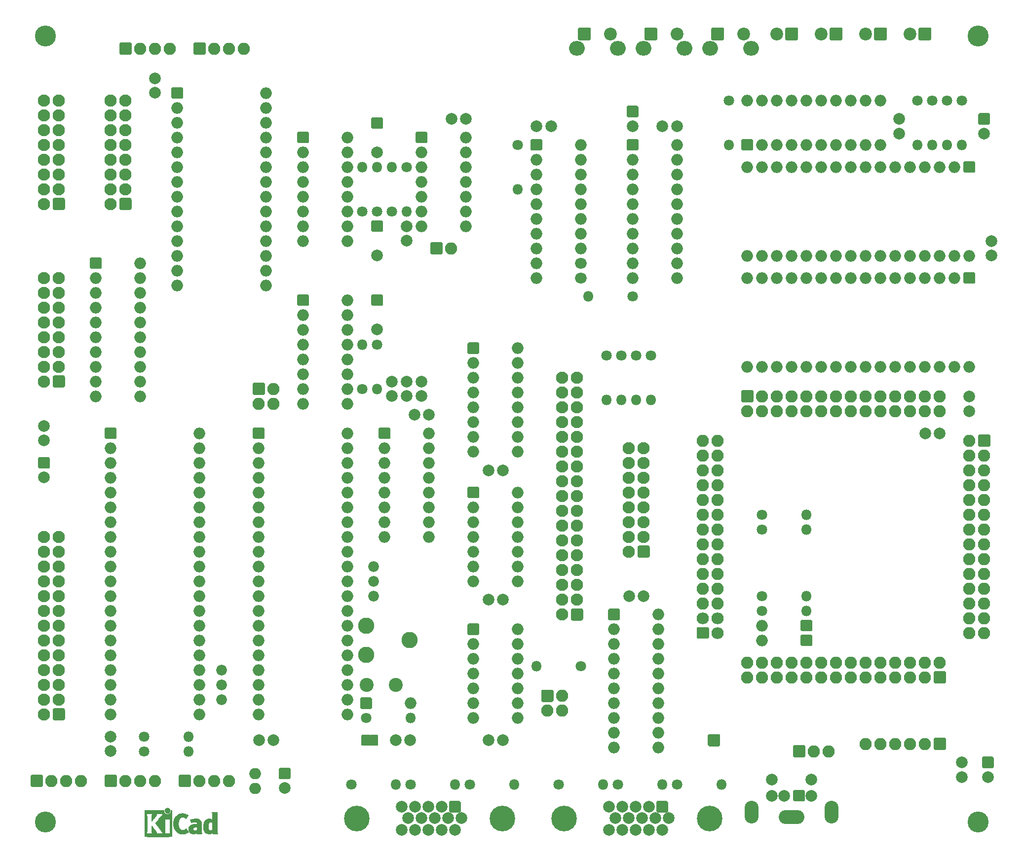
<source format=gts>
%TF.GenerationSoftware,KiCad,Pcbnew,5.1.12-84ad8e8a86~92~ubuntu18.04.1*%
%TF.CreationDate,2022-10-23T22:52:00+01:00*%
%TF.ProjectId,nascom_ng,6e617363-6f6d-45f6-9e67-2e6b69636164,rev?*%
%TF.SameCoordinates,Original*%
%TF.FileFunction,Soldermask,Top*%
%TF.FilePolarity,Negative*%
%FSLAX46Y46*%
G04 Gerber Fmt 4.6, Leading zero omitted, Abs format (unit mm)*
G04 Created by KiCad (PCBNEW 5.1.12-84ad8e8a86~92~ubuntu18.04.1) date 2022-10-23 22:52:00*
%MOMM*%
%LPD*%
G01*
G04 APERTURE LIST*
%ADD10C,0.010000*%
%ADD11O,1.800000X1.800000*%
%ADD12C,1.800000*%
%ADD13C,2.000000*%
%ADD14O,2.000000X2.000000*%
%ADD15O,2.100000X2.100000*%
%ADD16O,4.400000X2.400000*%
%ADD17O,2.400000X3.900000*%
%ADD18O,2.000000X1.839000*%
%ADD19C,2.200000*%
%ADD20O,2.700000X2.500000*%
%ADD21C,2.100000*%
%ADD22C,3.600000*%
%ADD23C,2.400000*%
%ADD24O,2.000000X1.950000*%
%ADD25C,2.800000*%
%ADD26C,1.840000*%
%ADD27C,0.100000*%
%ADD28C,4.400000*%
%ADD29O,2.100000X2.000000*%
G04 APERTURE END LIST*
D10*
%TO.C,X2*%
G36*
X52298600Y-160049054D02*
G01*
X52309465Y-160162993D01*
X52341082Y-160270616D01*
X52391985Y-160369615D01*
X52460707Y-160457684D01*
X52545781Y-160532516D01*
X52642768Y-160590384D01*
X52749036Y-160630005D01*
X52856050Y-160648573D01*
X52961700Y-160647434D01*
X53063875Y-160627930D01*
X53160466Y-160591406D01*
X53249362Y-160539205D01*
X53328454Y-160472673D01*
X53395631Y-160393152D01*
X53448783Y-160301987D01*
X53485801Y-160200523D01*
X53504573Y-160090102D01*
X53506511Y-160040206D01*
X53506511Y-159952267D01*
X53558440Y-159952267D01*
X53594747Y-159955111D01*
X53621645Y-159966911D01*
X53648751Y-159990649D01*
X53687133Y-160029031D01*
X53687133Y-162220602D01*
X53687124Y-162482739D01*
X53687092Y-162723241D01*
X53687028Y-162943048D01*
X53686924Y-163143101D01*
X53686773Y-163324344D01*
X53686566Y-163487716D01*
X53686294Y-163634160D01*
X53685950Y-163764617D01*
X53685526Y-163880029D01*
X53685013Y-163981338D01*
X53684403Y-164069484D01*
X53683688Y-164145410D01*
X53682860Y-164210057D01*
X53681911Y-164264367D01*
X53680833Y-164309280D01*
X53679617Y-164345740D01*
X53678255Y-164374687D01*
X53676739Y-164397063D01*
X53675062Y-164413809D01*
X53673214Y-164425868D01*
X53671187Y-164434180D01*
X53668975Y-164439687D01*
X53667892Y-164441537D01*
X53663729Y-164448549D01*
X53660195Y-164454996D01*
X53656365Y-164460900D01*
X53651318Y-164466286D01*
X53644129Y-164471178D01*
X53633877Y-164475598D01*
X53619636Y-164479572D01*
X53600486Y-164483121D01*
X53575501Y-164486270D01*
X53543760Y-164489042D01*
X53504338Y-164491461D01*
X53456314Y-164493551D01*
X53398763Y-164495335D01*
X53330763Y-164496837D01*
X53251390Y-164498080D01*
X53159721Y-164499089D01*
X53054834Y-164499885D01*
X52935804Y-164500494D01*
X52801710Y-164500939D01*
X52651627Y-164501243D01*
X52484633Y-164501430D01*
X52299804Y-164501524D01*
X52096217Y-164501548D01*
X51872950Y-164501525D01*
X51629078Y-164501480D01*
X51363679Y-164501437D01*
X51325296Y-164501432D01*
X51058318Y-164501389D01*
X50812998Y-164501318D01*
X50588417Y-164501213D01*
X50383655Y-164501066D01*
X50197794Y-164500869D01*
X50029912Y-164500616D01*
X49879092Y-164500300D01*
X49744413Y-164499913D01*
X49624956Y-164499447D01*
X49519801Y-164498897D01*
X49428029Y-164498253D01*
X49348721Y-164497511D01*
X49280957Y-164496661D01*
X49223818Y-164495697D01*
X49176383Y-164494611D01*
X49137734Y-164493397D01*
X49106951Y-164492047D01*
X49083115Y-164490555D01*
X49065306Y-164488911D01*
X49052605Y-164487111D01*
X49044092Y-164485145D01*
X49039734Y-164483477D01*
X49031272Y-164479906D01*
X49023503Y-164477270D01*
X49016398Y-164474634D01*
X49009927Y-164471062D01*
X49004061Y-164465621D01*
X48998771Y-164457375D01*
X48994026Y-164445390D01*
X48989798Y-164428731D01*
X48986057Y-164406463D01*
X48982773Y-164377652D01*
X48979917Y-164341363D01*
X48977460Y-164296661D01*
X48975371Y-164242611D01*
X48973622Y-164178279D01*
X48972183Y-164102730D01*
X48971024Y-164015030D01*
X48970117Y-163914243D01*
X48969431Y-163799434D01*
X48968937Y-163669670D01*
X48968605Y-163524015D01*
X48968407Y-163361535D01*
X48968313Y-163181295D01*
X48968292Y-162982360D01*
X48968315Y-162763796D01*
X48968354Y-162524668D01*
X48968378Y-162264040D01*
X48968378Y-162221889D01*
X48968364Y-161958992D01*
X48968339Y-161717732D01*
X48968329Y-161497165D01*
X48968358Y-161296352D01*
X48968452Y-161114349D01*
X48968638Y-160950216D01*
X48968941Y-160803011D01*
X48969386Y-160671792D01*
X48969966Y-160561867D01*
X49272803Y-160561867D01*
X49312593Y-160619711D01*
X49323764Y-160635479D01*
X49333834Y-160649441D01*
X49342862Y-160662784D01*
X49350903Y-160676693D01*
X49358014Y-160692356D01*
X49364253Y-160710958D01*
X49369675Y-160733686D01*
X49374338Y-160761727D01*
X49378299Y-160796267D01*
X49381615Y-160838492D01*
X49384341Y-160889589D01*
X49386536Y-160950744D01*
X49388255Y-161023144D01*
X49389556Y-161107975D01*
X49390495Y-161206422D01*
X49391130Y-161319674D01*
X49391516Y-161448916D01*
X49391712Y-161595334D01*
X49391773Y-161760116D01*
X49391757Y-161944447D01*
X49391720Y-162149513D01*
X49391711Y-162272133D01*
X49391735Y-162489082D01*
X49391769Y-162684642D01*
X49391757Y-162859999D01*
X49391642Y-163016341D01*
X49391370Y-163154857D01*
X49390882Y-163276734D01*
X49390124Y-163383160D01*
X49389038Y-163475322D01*
X49387569Y-163554409D01*
X49385660Y-163621608D01*
X49383256Y-163678107D01*
X49380299Y-163725093D01*
X49376734Y-163763755D01*
X49372505Y-163795280D01*
X49367554Y-163820855D01*
X49361827Y-163841670D01*
X49355267Y-163858911D01*
X49347817Y-163873765D01*
X49339421Y-163887422D01*
X49330024Y-163901069D01*
X49319568Y-163915893D01*
X49313477Y-163924783D01*
X49274704Y-163982400D01*
X49806268Y-163982400D01*
X49929517Y-163982365D01*
X50032013Y-163982215D01*
X50115580Y-163981878D01*
X50182044Y-163981286D01*
X50233229Y-163980367D01*
X50270959Y-163979051D01*
X50297060Y-163977269D01*
X50313356Y-163974951D01*
X50321672Y-163972026D01*
X50323832Y-163968424D01*
X50321661Y-163964075D01*
X50320465Y-163962645D01*
X50295315Y-163925573D01*
X50269417Y-163872772D01*
X50245808Y-163810770D01*
X50237539Y-163784357D01*
X50232922Y-163766416D01*
X50229021Y-163745355D01*
X50225752Y-163719089D01*
X50223034Y-163685532D01*
X50220785Y-163642599D01*
X50218923Y-163588204D01*
X50217364Y-163520262D01*
X50216028Y-163436688D01*
X50214831Y-163335395D01*
X50213692Y-163214300D01*
X50213315Y-163169600D01*
X50212298Y-163044449D01*
X50211540Y-162940082D01*
X50211097Y-162854707D01*
X50211030Y-162786533D01*
X50211395Y-162733765D01*
X50212252Y-162694614D01*
X50213659Y-162667285D01*
X50215675Y-162649986D01*
X50218357Y-162640926D01*
X50221764Y-162638312D01*
X50225956Y-162640351D01*
X50230429Y-162644667D01*
X50240784Y-162657602D01*
X50262842Y-162686676D01*
X50295043Y-162729759D01*
X50335826Y-162784718D01*
X50383630Y-162849423D01*
X50436895Y-162921742D01*
X50494060Y-162999544D01*
X50553563Y-163080698D01*
X50613845Y-163163072D01*
X50673345Y-163244536D01*
X50730502Y-163322957D01*
X50783755Y-163396204D01*
X50831543Y-163462147D01*
X50872307Y-163518654D01*
X50904484Y-163563593D01*
X50926515Y-163594834D01*
X50931083Y-163601466D01*
X50954004Y-163638369D01*
X50980812Y-163686359D01*
X51006211Y-163735897D01*
X51009432Y-163742577D01*
X51031110Y-163790772D01*
X51043696Y-163828334D01*
X51049426Y-163864160D01*
X51050544Y-163906200D01*
X51049910Y-163982400D01*
X52204349Y-163982400D01*
X52113185Y-163888669D01*
X52066388Y-163838775D01*
X52016101Y-163782295D01*
X51970056Y-163728026D01*
X51949631Y-163702673D01*
X51919193Y-163663128D01*
X51879138Y-163609916D01*
X51830639Y-163544667D01*
X51774865Y-163469011D01*
X51712989Y-163384577D01*
X51646181Y-163292994D01*
X51575613Y-163195892D01*
X51502455Y-163094901D01*
X51427879Y-162991650D01*
X51353056Y-162887768D01*
X51279157Y-162784885D01*
X51207354Y-162684631D01*
X51138816Y-162588636D01*
X51074716Y-162498527D01*
X51016225Y-162415936D01*
X50964514Y-162342492D01*
X50920753Y-162279824D01*
X50886115Y-162229561D01*
X50861770Y-162193334D01*
X50848889Y-162172771D01*
X50847131Y-162168668D01*
X50855090Y-162157342D01*
X50875885Y-162130162D01*
X50908153Y-162088829D01*
X50950530Y-162035044D01*
X51001653Y-161970506D01*
X51060159Y-161896918D01*
X51124686Y-161815978D01*
X51193869Y-161729388D01*
X51266347Y-161638848D01*
X51340754Y-161546060D01*
X51400483Y-161471702D01*
X52411489Y-161471702D01*
X52417398Y-161484659D01*
X52431728Y-161506908D01*
X52432775Y-161508391D01*
X52451562Y-161538544D01*
X52471209Y-161575375D01*
X52475108Y-161583511D01*
X52478644Y-161591940D01*
X52481770Y-161602059D01*
X52484514Y-161615260D01*
X52486908Y-161632938D01*
X52488981Y-161656484D01*
X52490765Y-161687293D01*
X52492288Y-161726757D01*
X52493581Y-161776269D01*
X52494674Y-161837223D01*
X52495597Y-161911011D01*
X52496381Y-161999028D01*
X52497055Y-162102665D01*
X52497650Y-162223316D01*
X52498195Y-162362374D01*
X52498721Y-162521232D01*
X52499255Y-162700089D01*
X52499794Y-162885207D01*
X52500228Y-163049145D01*
X52500491Y-163193303D01*
X52500516Y-163319079D01*
X52500235Y-163427871D01*
X52499581Y-163521077D01*
X52498486Y-163600097D01*
X52496882Y-163666328D01*
X52494703Y-163721170D01*
X52491881Y-163766021D01*
X52488349Y-163802278D01*
X52484039Y-163831341D01*
X52478883Y-163854609D01*
X52472815Y-163873479D01*
X52465767Y-163889351D01*
X52457671Y-163903622D01*
X52448460Y-163917691D01*
X52439960Y-163930158D01*
X52422824Y-163956452D01*
X52412678Y-163974037D01*
X52411489Y-163977257D01*
X52422396Y-163978334D01*
X52453589Y-163979335D01*
X52502777Y-163980235D01*
X52567667Y-163981010D01*
X52645970Y-163981637D01*
X52735393Y-163982091D01*
X52833644Y-163982349D01*
X52902555Y-163982400D01*
X53007548Y-163982180D01*
X53104390Y-163981548D01*
X53190893Y-163980549D01*
X53264868Y-163979227D01*
X53324126Y-163977626D01*
X53366480Y-163975791D01*
X53389740Y-163973765D01*
X53393622Y-163972493D01*
X53385924Y-163957591D01*
X53377926Y-163949560D01*
X53364754Y-163932434D01*
X53347515Y-163902183D01*
X53335593Y-163877622D01*
X53308955Y-163818711D01*
X53305880Y-162641845D01*
X53302805Y-161464978D01*
X52857147Y-161464978D01*
X52759330Y-161465142D01*
X52668936Y-161465611D01*
X52588370Y-161466347D01*
X52520038Y-161467316D01*
X52466344Y-161468480D01*
X52429695Y-161469803D01*
X52412496Y-161471249D01*
X52411489Y-161471702D01*
X51400483Y-161471702D01*
X51415730Y-161452722D01*
X51489910Y-161360537D01*
X51561931Y-161271204D01*
X51630431Y-161186424D01*
X51694045Y-161107898D01*
X51751412Y-161037326D01*
X51801167Y-160976409D01*
X51841948Y-160926847D01*
X51859112Y-160906178D01*
X51945404Y-160805516D01*
X52022003Y-160722259D01*
X52090817Y-160654438D01*
X52153752Y-160600089D01*
X52163133Y-160592722D01*
X52202644Y-160562117D01*
X51070884Y-160561867D01*
X51076173Y-160609844D01*
X51072870Y-160667188D01*
X51051339Y-160735463D01*
X51011365Y-160815212D01*
X50966057Y-160887495D01*
X50949839Y-160910140D01*
X50921786Y-160947696D01*
X50883570Y-160998021D01*
X50836863Y-161058973D01*
X50783339Y-161128411D01*
X50724669Y-161204194D01*
X50662525Y-161284180D01*
X50598579Y-161366228D01*
X50534505Y-161448196D01*
X50471973Y-161527943D01*
X50412657Y-161603327D01*
X50358229Y-161672207D01*
X50310361Y-161732442D01*
X50270725Y-161781889D01*
X50240994Y-161818408D01*
X50222839Y-161839858D01*
X50219780Y-161843156D01*
X50216921Y-161835149D01*
X50214707Y-161804855D01*
X50213143Y-161752556D01*
X50212233Y-161678531D01*
X50211980Y-161583063D01*
X50212387Y-161466434D01*
X50213296Y-161346445D01*
X50214618Y-161214333D01*
X50216143Y-161102594D01*
X50218119Y-161009025D01*
X50220794Y-160931419D01*
X50224418Y-160867574D01*
X50229239Y-160815283D01*
X50235506Y-160772344D01*
X50243468Y-160736551D01*
X50253373Y-160705700D01*
X50265469Y-160677586D01*
X50280007Y-160650005D01*
X50294689Y-160624966D01*
X50332686Y-160561867D01*
X49272803Y-160561867D01*
X48969966Y-160561867D01*
X48969999Y-160555617D01*
X48970805Y-160453544D01*
X48971830Y-160364633D01*
X48973100Y-160287941D01*
X48974640Y-160222527D01*
X48976476Y-160167449D01*
X48978633Y-160121765D01*
X48981137Y-160084534D01*
X48984013Y-160054813D01*
X48987287Y-160031662D01*
X48990985Y-160014139D01*
X48995131Y-160001301D01*
X48999753Y-159992208D01*
X49004874Y-159985918D01*
X49010522Y-159981488D01*
X49016721Y-159977978D01*
X49023496Y-159974445D01*
X49029492Y-159970876D01*
X49034725Y-159968300D01*
X49042901Y-159965972D01*
X49055114Y-159963878D01*
X49072459Y-159962007D01*
X49096031Y-159960347D01*
X49126923Y-159958884D01*
X49166232Y-159957608D01*
X49215050Y-159956504D01*
X49274473Y-159955561D01*
X49345596Y-159954767D01*
X49429512Y-159954109D01*
X49527317Y-159953575D01*
X49640106Y-159953153D01*
X49768971Y-159952829D01*
X49915009Y-159952592D01*
X50079314Y-159952430D01*
X50262980Y-159952330D01*
X50467103Y-159952280D01*
X50678247Y-159952267D01*
X52298600Y-159952267D01*
X52298600Y-160049054D01*
G37*
X52298600Y-160049054D02*
X52309465Y-160162993D01*
X52341082Y-160270616D01*
X52391985Y-160369615D01*
X52460707Y-160457684D01*
X52545781Y-160532516D01*
X52642768Y-160590384D01*
X52749036Y-160630005D01*
X52856050Y-160648573D01*
X52961700Y-160647434D01*
X53063875Y-160627930D01*
X53160466Y-160591406D01*
X53249362Y-160539205D01*
X53328454Y-160472673D01*
X53395631Y-160393152D01*
X53448783Y-160301987D01*
X53485801Y-160200523D01*
X53504573Y-160090102D01*
X53506511Y-160040206D01*
X53506511Y-159952267D01*
X53558440Y-159952267D01*
X53594747Y-159955111D01*
X53621645Y-159966911D01*
X53648751Y-159990649D01*
X53687133Y-160029031D01*
X53687133Y-162220602D01*
X53687124Y-162482739D01*
X53687092Y-162723241D01*
X53687028Y-162943048D01*
X53686924Y-163143101D01*
X53686773Y-163324344D01*
X53686566Y-163487716D01*
X53686294Y-163634160D01*
X53685950Y-163764617D01*
X53685526Y-163880029D01*
X53685013Y-163981338D01*
X53684403Y-164069484D01*
X53683688Y-164145410D01*
X53682860Y-164210057D01*
X53681911Y-164264367D01*
X53680833Y-164309280D01*
X53679617Y-164345740D01*
X53678255Y-164374687D01*
X53676739Y-164397063D01*
X53675062Y-164413809D01*
X53673214Y-164425868D01*
X53671187Y-164434180D01*
X53668975Y-164439687D01*
X53667892Y-164441537D01*
X53663729Y-164448549D01*
X53660195Y-164454996D01*
X53656365Y-164460900D01*
X53651318Y-164466286D01*
X53644129Y-164471178D01*
X53633877Y-164475598D01*
X53619636Y-164479572D01*
X53600486Y-164483121D01*
X53575501Y-164486270D01*
X53543760Y-164489042D01*
X53504338Y-164491461D01*
X53456314Y-164493551D01*
X53398763Y-164495335D01*
X53330763Y-164496837D01*
X53251390Y-164498080D01*
X53159721Y-164499089D01*
X53054834Y-164499885D01*
X52935804Y-164500494D01*
X52801710Y-164500939D01*
X52651627Y-164501243D01*
X52484633Y-164501430D01*
X52299804Y-164501524D01*
X52096217Y-164501548D01*
X51872950Y-164501525D01*
X51629078Y-164501480D01*
X51363679Y-164501437D01*
X51325296Y-164501432D01*
X51058318Y-164501389D01*
X50812998Y-164501318D01*
X50588417Y-164501213D01*
X50383655Y-164501066D01*
X50197794Y-164500869D01*
X50029912Y-164500616D01*
X49879092Y-164500300D01*
X49744413Y-164499913D01*
X49624956Y-164499447D01*
X49519801Y-164498897D01*
X49428029Y-164498253D01*
X49348721Y-164497511D01*
X49280957Y-164496661D01*
X49223818Y-164495697D01*
X49176383Y-164494611D01*
X49137734Y-164493397D01*
X49106951Y-164492047D01*
X49083115Y-164490555D01*
X49065306Y-164488911D01*
X49052605Y-164487111D01*
X49044092Y-164485145D01*
X49039734Y-164483477D01*
X49031272Y-164479906D01*
X49023503Y-164477270D01*
X49016398Y-164474634D01*
X49009927Y-164471062D01*
X49004061Y-164465621D01*
X48998771Y-164457375D01*
X48994026Y-164445390D01*
X48989798Y-164428731D01*
X48986057Y-164406463D01*
X48982773Y-164377652D01*
X48979917Y-164341363D01*
X48977460Y-164296661D01*
X48975371Y-164242611D01*
X48973622Y-164178279D01*
X48972183Y-164102730D01*
X48971024Y-164015030D01*
X48970117Y-163914243D01*
X48969431Y-163799434D01*
X48968937Y-163669670D01*
X48968605Y-163524015D01*
X48968407Y-163361535D01*
X48968313Y-163181295D01*
X48968292Y-162982360D01*
X48968315Y-162763796D01*
X48968354Y-162524668D01*
X48968378Y-162264040D01*
X48968378Y-162221889D01*
X48968364Y-161958992D01*
X48968339Y-161717732D01*
X48968329Y-161497165D01*
X48968358Y-161296352D01*
X48968452Y-161114349D01*
X48968638Y-160950216D01*
X48968941Y-160803011D01*
X48969386Y-160671792D01*
X48969966Y-160561867D01*
X49272803Y-160561867D01*
X49312593Y-160619711D01*
X49323764Y-160635479D01*
X49333834Y-160649441D01*
X49342862Y-160662784D01*
X49350903Y-160676693D01*
X49358014Y-160692356D01*
X49364253Y-160710958D01*
X49369675Y-160733686D01*
X49374338Y-160761727D01*
X49378299Y-160796267D01*
X49381615Y-160838492D01*
X49384341Y-160889589D01*
X49386536Y-160950744D01*
X49388255Y-161023144D01*
X49389556Y-161107975D01*
X49390495Y-161206422D01*
X49391130Y-161319674D01*
X49391516Y-161448916D01*
X49391712Y-161595334D01*
X49391773Y-161760116D01*
X49391757Y-161944447D01*
X49391720Y-162149513D01*
X49391711Y-162272133D01*
X49391735Y-162489082D01*
X49391769Y-162684642D01*
X49391757Y-162859999D01*
X49391642Y-163016341D01*
X49391370Y-163154857D01*
X49390882Y-163276734D01*
X49390124Y-163383160D01*
X49389038Y-163475322D01*
X49387569Y-163554409D01*
X49385660Y-163621608D01*
X49383256Y-163678107D01*
X49380299Y-163725093D01*
X49376734Y-163763755D01*
X49372505Y-163795280D01*
X49367554Y-163820855D01*
X49361827Y-163841670D01*
X49355267Y-163858911D01*
X49347817Y-163873765D01*
X49339421Y-163887422D01*
X49330024Y-163901069D01*
X49319568Y-163915893D01*
X49313477Y-163924783D01*
X49274704Y-163982400D01*
X49806268Y-163982400D01*
X49929517Y-163982365D01*
X50032013Y-163982215D01*
X50115580Y-163981878D01*
X50182044Y-163981286D01*
X50233229Y-163980367D01*
X50270959Y-163979051D01*
X50297060Y-163977269D01*
X50313356Y-163974951D01*
X50321672Y-163972026D01*
X50323832Y-163968424D01*
X50321661Y-163964075D01*
X50320465Y-163962645D01*
X50295315Y-163925573D01*
X50269417Y-163872772D01*
X50245808Y-163810770D01*
X50237539Y-163784357D01*
X50232922Y-163766416D01*
X50229021Y-163745355D01*
X50225752Y-163719089D01*
X50223034Y-163685532D01*
X50220785Y-163642599D01*
X50218923Y-163588204D01*
X50217364Y-163520262D01*
X50216028Y-163436688D01*
X50214831Y-163335395D01*
X50213692Y-163214300D01*
X50213315Y-163169600D01*
X50212298Y-163044449D01*
X50211540Y-162940082D01*
X50211097Y-162854707D01*
X50211030Y-162786533D01*
X50211395Y-162733765D01*
X50212252Y-162694614D01*
X50213659Y-162667285D01*
X50215675Y-162649986D01*
X50218357Y-162640926D01*
X50221764Y-162638312D01*
X50225956Y-162640351D01*
X50230429Y-162644667D01*
X50240784Y-162657602D01*
X50262842Y-162686676D01*
X50295043Y-162729759D01*
X50335826Y-162784718D01*
X50383630Y-162849423D01*
X50436895Y-162921742D01*
X50494060Y-162999544D01*
X50553563Y-163080698D01*
X50613845Y-163163072D01*
X50673345Y-163244536D01*
X50730502Y-163322957D01*
X50783755Y-163396204D01*
X50831543Y-163462147D01*
X50872307Y-163518654D01*
X50904484Y-163563593D01*
X50926515Y-163594834D01*
X50931083Y-163601466D01*
X50954004Y-163638369D01*
X50980812Y-163686359D01*
X51006211Y-163735897D01*
X51009432Y-163742577D01*
X51031110Y-163790772D01*
X51043696Y-163828334D01*
X51049426Y-163864160D01*
X51050544Y-163906200D01*
X51049910Y-163982400D01*
X52204349Y-163982400D01*
X52113185Y-163888669D01*
X52066388Y-163838775D01*
X52016101Y-163782295D01*
X51970056Y-163728026D01*
X51949631Y-163702673D01*
X51919193Y-163663128D01*
X51879138Y-163609916D01*
X51830639Y-163544667D01*
X51774865Y-163469011D01*
X51712989Y-163384577D01*
X51646181Y-163292994D01*
X51575613Y-163195892D01*
X51502455Y-163094901D01*
X51427879Y-162991650D01*
X51353056Y-162887768D01*
X51279157Y-162784885D01*
X51207354Y-162684631D01*
X51138816Y-162588636D01*
X51074716Y-162498527D01*
X51016225Y-162415936D01*
X50964514Y-162342492D01*
X50920753Y-162279824D01*
X50886115Y-162229561D01*
X50861770Y-162193334D01*
X50848889Y-162172771D01*
X50847131Y-162168668D01*
X50855090Y-162157342D01*
X50875885Y-162130162D01*
X50908153Y-162088829D01*
X50950530Y-162035044D01*
X51001653Y-161970506D01*
X51060159Y-161896918D01*
X51124686Y-161815978D01*
X51193869Y-161729388D01*
X51266347Y-161638848D01*
X51340754Y-161546060D01*
X51400483Y-161471702D01*
X52411489Y-161471702D01*
X52417398Y-161484659D01*
X52431728Y-161506908D01*
X52432775Y-161508391D01*
X52451562Y-161538544D01*
X52471209Y-161575375D01*
X52475108Y-161583511D01*
X52478644Y-161591940D01*
X52481770Y-161602059D01*
X52484514Y-161615260D01*
X52486908Y-161632938D01*
X52488981Y-161656484D01*
X52490765Y-161687293D01*
X52492288Y-161726757D01*
X52493581Y-161776269D01*
X52494674Y-161837223D01*
X52495597Y-161911011D01*
X52496381Y-161999028D01*
X52497055Y-162102665D01*
X52497650Y-162223316D01*
X52498195Y-162362374D01*
X52498721Y-162521232D01*
X52499255Y-162700089D01*
X52499794Y-162885207D01*
X52500228Y-163049145D01*
X52500491Y-163193303D01*
X52500516Y-163319079D01*
X52500235Y-163427871D01*
X52499581Y-163521077D01*
X52498486Y-163600097D01*
X52496882Y-163666328D01*
X52494703Y-163721170D01*
X52491881Y-163766021D01*
X52488349Y-163802278D01*
X52484039Y-163831341D01*
X52478883Y-163854609D01*
X52472815Y-163873479D01*
X52465767Y-163889351D01*
X52457671Y-163903622D01*
X52448460Y-163917691D01*
X52439960Y-163930158D01*
X52422824Y-163956452D01*
X52412678Y-163974037D01*
X52411489Y-163977257D01*
X52422396Y-163978334D01*
X52453589Y-163979335D01*
X52502777Y-163980235D01*
X52567667Y-163981010D01*
X52645970Y-163981637D01*
X52735393Y-163982091D01*
X52833644Y-163982349D01*
X52902555Y-163982400D01*
X53007548Y-163982180D01*
X53104390Y-163981548D01*
X53190893Y-163980549D01*
X53264868Y-163979227D01*
X53324126Y-163977626D01*
X53366480Y-163975791D01*
X53389740Y-163973765D01*
X53393622Y-163972493D01*
X53385924Y-163957591D01*
X53377926Y-163949560D01*
X53364754Y-163932434D01*
X53347515Y-163902183D01*
X53335593Y-163877622D01*
X53308955Y-163818711D01*
X53305880Y-162641845D01*
X53302805Y-161464978D01*
X52857147Y-161464978D01*
X52759330Y-161465142D01*
X52668936Y-161465611D01*
X52588370Y-161466347D01*
X52520038Y-161467316D01*
X52466344Y-161468480D01*
X52429695Y-161469803D01*
X52412496Y-161471249D01*
X52411489Y-161471702D01*
X51400483Y-161471702D01*
X51415730Y-161452722D01*
X51489910Y-161360537D01*
X51561931Y-161271204D01*
X51630431Y-161186424D01*
X51694045Y-161107898D01*
X51751412Y-161037326D01*
X51801167Y-160976409D01*
X51841948Y-160926847D01*
X51859112Y-160906178D01*
X51945404Y-160805516D01*
X52022003Y-160722259D01*
X52090817Y-160654438D01*
X52153752Y-160600089D01*
X52163133Y-160592722D01*
X52202644Y-160562117D01*
X51070884Y-160561867D01*
X51076173Y-160609844D01*
X51072870Y-160667188D01*
X51051339Y-160735463D01*
X51011365Y-160815212D01*
X50966057Y-160887495D01*
X50949839Y-160910140D01*
X50921786Y-160947696D01*
X50883570Y-160998021D01*
X50836863Y-161058973D01*
X50783339Y-161128411D01*
X50724669Y-161204194D01*
X50662525Y-161284180D01*
X50598579Y-161366228D01*
X50534505Y-161448196D01*
X50471973Y-161527943D01*
X50412657Y-161603327D01*
X50358229Y-161672207D01*
X50310361Y-161732442D01*
X50270725Y-161781889D01*
X50240994Y-161818408D01*
X50222839Y-161839858D01*
X50219780Y-161843156D01*
X50216921Y-161835149D01*
X50214707Y-161804855D01*
X50213143Y-161752556D01*
X50212233Y-161678531D01*
X50211980Y-161583063D01*
X50212387Y-161466434D01*
X50213296Y-161346445D01*
X50214618Y-161214333D01*
X50216143Y-161102594D01*
X50218119Y-161009025D01*
X50220794Y-160931419D01*
X50224418Y-160867574D01*
X50229239Y-160815283D01*
X50235506Y-160772344D01*
X50243468Y-160736551D01*
X50253373Y-160705700D01*
X50265469Y-160677586D01*
X50280007Y-160650005D01*
X50294689Y-160624966D01*
X50332686Y-160561867D01*
X49272803Y-160561867D01*
X48969966Y-160561867D01*
X48969999Y-160555617D01*
X48970805Y-160453544D01*
X48971830Y-160364633D01*
X48973100Y-160287941D01*
X48974640Y-160222527D01*
X48976476Y-160167449D01*
X48978633Y-160121765D01*
X48981137Y-160084534D01*
X48984013Y-160054813D01*
X48987287Y-160031662D01*
X48990985Y-160014139D01*
X48995131Y-160001301D01*
X48999753Y-159992208D01*
X49004874Y-159985918D01*
X49010522Y-159981488D01*
X49016721Y-159977978D01*
X49023496Y-159974445D01*
X49029492Y-159970876D01*
X49034725Y-159968300D01*
X49042901Y-159965972D01*
X49055114Y-159963878D01*
X49072459Y-159962007D01*
X49096031Y-159960347D01*
X49126923Y-159958884D01*
X49166232Y-159957608D01*
X49215050Y-159956504D01*
X49274473Y-159955561D01*
X49345596Y-159954767D01*
X49429512Y-159954109D01*
X49527317Y-159953575D01*
X49640106Y-159953153D01*
X49768971Y-159952829D01*
X49915009Y-159952592D01*
X50079314Y-159952430D01*
X50262980Y-159952330D01*
X50467103Y-159952280D01*
X50678247Y-159952267D01*
X52298600Y-159952267D01*
X52298600Y-160049054D01*
G36*
X55573429Y-160509071D02*
G01*
X55733570Y-160530245D01*
X55897510Y-160570385D01*
X56067313Y-160629889D01*
X56245043Y-160709154D01*
X56256310Y-160714699D01*
X56314005Y-160742725D01*
X56365552Y-160766802D01*
X56407191Y-160785249D01*
X56435162Y-160796386D01*
X56444733Y-160798933D01*
X56463950Y-160803941D01*
X56468561Y-160808147D01*
X56463458Y-160818580D01*
X56447418Y-160844868D01*
X56422288Y-160884257D01*
X56389914Y-160933991D01*
X56352143Y-160991315D01*
X56310822Y-161053476D01*
X56267798Y-161117718D01*
X56224917Y-161181285D01*
X56184026Y-161241425D01*
X56146971Y-161295380D01*
X56115600Y-161340397D01*
X56091759Y-161373721D01*
X56077294Y-161392597D01*
X56075309Y-161394787D01*
X56065191Y-161390138D01*
X56042850Y-161372962D01*
X56012280Y-161346440D01*
X55996536Y-161331964D01*
X55900047Y-161256682D01*
X55793336Y-161201241D01*
X55677832Y-161166141D01*
X55554962Y-161151880D01*
X55485561Y-161153051D01*
X55364423Y-161170212D01*
X55255205Y-161206094D01*
X55157582Y-161260959D01*
X55071228Y-161335070D01*
X54995815Y-161428688D01*
X54931018Y-161542076D01*
X54893601Y-161628667D01*
X54849748Y-161764366D01*
X54817428Y-161911850D01*
X54796557Y-162067314D01*
X54787051Y-162226956D01*
X54788827Y-162386973D01*
X54801803Y-162543561D01*
X54825894Y-162692918D01*
X54861018Y-162831240D01*
X54907092Y-162954724D01*
X54923373Y-162988978D01*
X54991620Y-163103064D01*
X55072079Y-163199557D01*
X55163570Y-163277670D01*
X55264911Y-163336617D01*
X55374920Y-163375612D01*
X55492415Y-163393868D01*
X55533883Y-163395211D01*
X55655441Y-163384290D01*
X55775878Y-163351474D01*
X55893666Y-163297439D01*
X56007277Y-163222865D01*
X56098685Y-163144539D01*
X56145215Y-163100008D01*
X56326483Y-163397271D01*
X56371580Y-163471433D01*
X56412819Y-163539646D01*
X56448735Y-163599459D01*
X56477866Y-163648420D01*
X56498750Y-163684079D01*
X56509924Y-163703984D01*
X56511375Y-163707079D01*
X56503146Y-163716718D01*
X56477567Y-163733999D01*
X56437873Y-163757283D01*
X56387297Y-163784934D01*
X56329074Y-163815315D01*
X56266437Y-163846790D01*
X56202621Y-163877722D01*
X56140860Y-163906473D01*
X56084388Y-163931408D01*
X56036438Y-163950889D01*
X56012986Y-163959318D01*
X55879221Y-163997133D01*
X55741327Y-164022136D01*
X55593622Y-164035140D01*
X55466833Y-164037468D01*
X55398878Y-164036373D01*
X55333277Y-164034275D01*
X55275847Y-164031434D01*
X55232403Y-164028106D01*
X55218298Y-164026422D01*
X55079284Y-163997587D01*
X54937757Y-163952468D01*
X54800275Y-163893750D01*
X54673394Y-163824120D01*
X54595889Y-163771441D01*
X54468481Y-163663239D01*
X54350178Y-163536671D01*
X54243172Y-163394866D01*
X54149652Y-163240951D01*
X54071810Y-163078053D01*
X54027956Y-162960756D01*
X53977708Y-162777128D01*
X53944209Y-162582581D01*
X53927449Y-162381325D01*
X53927416Y-162177568D01*
X53944101Y-161975521D01*
X53977493Y-161779392D01*
X54027580Y-161593391D01*
X54031397Y-161581803D01*
X54094281Y-161419750D01*
X54171028Y-161271832D01*
X54264242Y-161133865D01*
X54376527Y-161001661D01*
X54420392Y-160956399D01*
X54556534Y-160832457D01*
X54696491Y-160729915D01*
X54842411Y-160647656D01*
X54996442Y-160584564D01*
X55160732Y-160539523D01*
X55256289Y-160522033D01*
X55415023Y-160506466D01*
X55573429Y-160509071D01*
G37*
X55573429Y-160509071D02*
X55733570Y-160530245D01*
X55897510Y-160570385D01*
X56067313Y-160629889D01*
X56245043Y-160709154D01*
X56256310Y-160714699D01*
X56314005Y-160742725D01*
X56365552Y-160766802D01*
X56407191Y-160785249D01*
X56435162Y-160796386D01*
X56444733Y-160798933D01*
X56463950Y-160803941D01*
X56468561Y-160808147D01*
X56463458Y-160818580D01*
X56447418Y-160844868D01*
X56422288Y-160884257D01*
X56389914Y-160933991D01*
X56352143Y-160991315D01*
X56310822Y-161053476D01*
X56267798Y-161117718D01*
X56224917Y-161181285D01*
X56184026Y-161241425D01*
X56146971Y-161295380D01*
X56115600Y-161340397D01*
X56091759Y-161373721D01*
X56077294Y-161392597D01*
X56075309Y-161394787D01*
X56065191Y-161390138D01*
X56042850Y-161372962D01*
X56012280Y-161346440D01*
X55996536Y-161331964D01*
X55900047Y-161256682D01*
X55793336Y-161201241D01*
X55677832Y-161166141D01*
X55554962Y-161151880D01*
X55485561Y-161153051D01*
X55364423Y-161170212D01*
X55255205Y-161206094D01*
X55157582Y-161260959D01*
X55071228Y-161335070D01*
X54995815Y-161428688D01*
X54931018Y-161542076D01*
X54893601Y-161628667D01*
X54849748Y-161764366D01*
X54817428Y-161911850D01*
X54796557Y-162067314D01*
X54787051Y-162226956D01*
X54788827Y-162386973D01*
X54801803Y-162543561D01*
X54825894Y-162692918D01*
X54861018Y-162831240D01*
X54907092Y-162954724D01*
X54923373Y-162988978D01*
X54991620Y-163103064D01*
X55072079Y-163199557D01*
X55163570Y-163277670D01*
X55264911Y-163336617D01*
X55374920Y-163375612D01*
X55492415Y-163393868D01*
X55533883Y-163395211D01*
X55655441Y-163384290D01*
X55775878Y-163351474D01*
X55893666Y-163297439D01*
X56007277Y-163222865D01*
X56098685Y-163144539D01*
X56145215Y-163100008D01*
X56326483Y-163397271D01*
X56371580Y-163471433D01*
X56412819Y-163539646D01*
X56448735Y-163599459D01*
X56477866Y-163648420D01*
X56498750Y-163684079D01*
X56509924Y-163703984D01*
X56511375Y-163707079D01*
X56503146Y-163716718D01*
X56477567Y-163733999D01*
X56437873Y-163757283D01*
X56387297Y-163784934D01*
X56329074Y-163815315D01*
X56266437Y-163846790D01*
X56202621Y-163877722D01*
X56140860Y-163906473D01*
X56084388Y-163931408D01*
X56036438Y-163950889D01*
X56012986Y-163959318D01*
X55879221Y-163997133D01*
X55741327Y-164022136D01*
X55593622Y-164035140D01*
X55466833Y-164037468D01*
X55398878Y-164036373D01*
X55333277Y-164034275D01*
X55275847Y-164031434D01*
X55232403Y-164028106D01*
X55218298Y-164026422D01*
X55079284Y-163997587D01*
X54937757Y-163952468D01*
X54800275Y-163893750D01*
X54673394Y-163824120D01*
X54595889Y-163771441D01*
X54468481Y-163663239D01*
X54350178Y-163536671D01*
X54243172Y-163394866D01*
X54149652Y-163240951D01*
X54071810Y-163078053D01*
X54027956Y-162960756D01*
X53977708Y-162777128D01*
X53944209Y-162582581D01*
X53927449Y-162381325D01*
X53927416Y-162177568D01*
X53944101Y-161975521D01*
X53977493Y-161779392D01*
X54027580Y-161593391D01*
X54031397Y-161581803D01*
X54094281Y-161419750D01*
X54171028Y-161271832D01*
X54264242Y-161133865D01*
X54376527Y-161001661D01*
X54420392Y-160956399D01*
X54556534Y-160832457D01*
X54696491Y-160729915D01*
X54842411Y-160647656D01*
X54996442Y-160584564D01*
X55160732Y-160539523D01*
X55256289Y-160522033D01*
X55415023Y-160506466D01*
X55573429Y-160509071D01*
G36*
X57918574Y-161426552D02*
G01*
X58070492Y-161446567D01*
X58205756Y-161480202D01*
X58325239Y-161527725D01*
X58429815Y-161589405D01*
X58507424Y-161652965D01*
X58576265Y-161727099D01*
X58630006Y-161806871D01*
X58672910Y-161899091D01*
X58688384Y-161942161D01*
X58701244Y-161981142D01*
X58712446Y-162017289D01*
X58722120Y-162052434D01*
X58730396Y-162088410D01*
X58737403Y-162127050D01*
X58743272Y-162170185D01*
X58748131Y-162219649D01*
X58752110Y-162277273D01*
X58755340Y-162344891D01*
X58757949Y-162424334D01*
X58760067Y-162517436D01*
X58761824Y-162626027D01*
X58763349Y-162751942D01*
X58764772Y-162897012D01*
X58766025Y-163039778D01*
X58767351Y-163195968D01*
X58768556Y-163331239D01*
X58769766Y-163447246D01*
X58771106Y-163545645D01*
X58772700Y-163628093D01*
X58774675Y-163696246D01*
X58777156Y-163751760D01*
X58780269Y-163796292D01*
X58784138Y-163831498D01*
X58788889Y-163859034D01*
X58794648Y-163880556D01*
X58801539Y-163897722D01*
X58809689Y-163912186D01*
X58819223Y-163925606D01*
X58830266Y-163939638D01*
X58834566Y-163945071D01*
X58850386Y-163967910D01*
X58857422Y-163983463D01*
X58857444Y-163983922D01*
X58846567Y-163986121D01*
X58815582Y-163988147D01*
X58766957Y-163989942D01*
X58703163Y-163991451D01*
X58626669Y-163992616D01*
X58539944Y-163993380D01*
X58445457Y-163993686D01*
X58434550Y-163993689D01*
X58011657Y-163993689D01*
X58008395Y-163897622D01*
X58005133Y-163801556D01*
X57943044Y-163852543D01*
X57845714Y-163920057D01*
X57735813Y-163974749D01*
X57649349Y-164004978D01*
X57580278Y-164019666D01*
X57496925Y-164029659D01*
X57407159Y-164034646D01*
X57318845Y-164034313D01*
X57239851Y-164028351D01*
X57203622Y-164022638D01*
X57063603Y-163984776D01*
X56937178Y-163929932D01*
X56825260Y-163858924D01*
X56728762Y-163772568D01*
X56648600Y-163671679D01*
X56585687Y-163557076D01*
X56541312Y-163430984D01*
X56528978Y-163374401D01*
X56521368Y-163312202D01*
X56517739Y-163237363D01*
X56517245Y-163203467D01*
X56517310Y-163200282D01*
X57277248Y-163200282D01*
X57286541Y-163275333D01*
X57314728Y-163339160D01*
X57363197Y-163394798D01*
X57368254Y-163399211D01*
X57416548Y-163434037D01*
X57468257Y-163456620D01*
X57528989Y-163468540D01*
X57604352Y-163471383D01*
X57622459Y-163470978D01*
X57676278Y-163468325D01*
X57716308Y-163462909D01*
X57751324Y-163452745D01*
X57790103Y-163435850D01*
X57800745Y-163430672D01*
X57861396Y-163394844D01*
X57908215Y-163352212D01*
X57920952Y-163336973D01*
X57965622Y-163280462D01*
X57965622Y-163084586D01*
X57965086Y-163005939D01*
X57963396Y-162947988D01*
X57960428Y-162908875D01*
X57956057Y-162886741D01*
X57951972Y-162880274D01*
X57936047Y-162877111D01*
X57902264Y-162874488D01*
X57855340Y-162872655D01*
X57799993Y-162871857D01*
X57791106Y-162871842D01*
X57670330Y-162877096D01*
X57567660Y-162893263D01*
X57481106Y-162920961D01*
X57408681Y-162960808D01*
X57353751Y-163007758D01*
X57309204Y-163065645D01*
X57284480Y-163128693D01*
X57277248Y-163200282D01*
X56517310Y-163200282D01*
X56519178Y-163109712D01*
X56527522Y-163030812D01*
X56543768Y-162959590D01*
X56569405Y-162888864D01*
X56593401Y-162836493D01*
X56652020Y-162741196D01*
X56730117Y-162653170D01*
X56825315Y-162574017D01*
X56935238Y-162505340D01*
X57057510Y-162448741D01*
X57189755Y-162405821D01*
X57254422Y-162390882D01*
X57390604Y-162368777D01*
X57539049Y-162354194D01*
X57690505Y-162347813D01*
X57817064Y-162349445D01*
X57978950Y-162356224D01*
X57971530Y-162297245D01*
X57952238Y-162198092D01*
X57921104Y-162117372D01*
X57877269Y-162054466D01*
X57819871Y-162008756D01*
X57748048Y-161979622D01*
X57660941Y-161966447D01*
X57557686Y-161968611D01*
X57519711Y-161972612D01*
X57378520Y-161997780D01*
X57241707Y-162038814D01*
X57147178Y-162076815D01*
X57102018Y-162096190D01*
X57063585Y-162111760D01*
X57037234Y-162121405D01*
X57029546Y-162123452D01*
X57019802Y-162114374D01*
X57003083Y-162085405D01*
X56979232Y-162036217D01*
X56948093Y-161966484D01*
X56909507Y-161875879D01*
X56902910Y-161860089D01*
X56872853Y-161787772D01*
X56845874Y-161722425D01*
X56823136Y-161666906D01*
X56805806Y-161624072D01*
X56795048Y-161596781D01*
X56791941Y-161587942D01*
X56801940Y-161583187D01*
X56828217Y-161577910D01*
X56856489Y-161574231D01*
X56886646Y-161569474D01*
X56934433Y-161560028D01*
X56995612Y-161546820D01*
X57065946Y-161530776D01*
X57141194Y-161512820D01*
X57169755Y-161505797D01*
X57274816Y-161480209D01*
X57362480Y-161460147D01*
X57437068Y-161444969D01*
X57502903Y-161434035D01*
X57564307Y-161426704D01*
X57625602Y-161422335D01*
X57691110Y-161420287D01*
X57749128Y-161419889D01*
X57918574Y-161426552D01*
G37*
X57918574Y-161426552D02*
X58070492Y-161446567D01*
X58205756Y-161480202D01*
X58325239Y-161527725D01*
X58429815Y-161589405D01*
X58507424Y-161652965D01*
X58576265Y-161727099D01*
X58630006Y-161806871D01*
X58672910Y-161899091D01*
X58688384Y-161942161D01*
X58701244Y-161981142D01*
X58712446Y-162017289D01*
X58722120Y-162052434D01*
X58730396Y-162088410D01*
X58737403Y-162127050D01*
X58743272Y-162170185D01*
X58748131Y-162219649D01*
X58752110Y-162277273D01*
X58755340Y-162344891D01*
X58757949Y-162424334D01*
X58760067Y-162517436D01*
X58761824Y-162626027D01*
X58763349Y-162751942D01*
X58764772Y-162897012D01*
X58766025Y-163039778D01*
X58767351Y-163195968D01*
X58768556Y-163331239D01*
X58769766Y-163447246D01*
X58771106Y-163545645D01*
X58772700Y-163628093D01*
X58774675Y-163696246D01*
X58777156Y-163751760D01*
X58780269Y-163796292D01*
X58784138Y-163831498D01*
X58788889Y-163859034D01*
X58794648Y-163880556D01*
X58801539Y-163897722D01*
X58809689Y-163912186D01*
X58819223Y-163925606D01*
X58830266Y-163939638D01*
X58834566Y-163945071D01*
X58850386Y-163967910D01*
X58857422Y-163983463D01*
X58857444Y-163983922D01*
X58846567Y-163986121D01*
X58815582Y-163988147D01*
X58766957Y-163989942D01*
X58703163Y-163991451D01*
X58626669Y-163992616D01*
X58539944Y-163993380D01*
X58445457Y-163993686D01*
X58434550Y-163993689D01*
X58011657Y-163993689D01*
X58008395Y-163897622D01*
X58005133Y-163801556D01*
X57943044Y-163852543D01*
X57845714Y-163920057D01*
X57735813Y-163974749D01*
X57649349Y-164004978D01*
X57580278Y-164019666D01*
X57496925Y-164029659D01*
X57407159Y-164034646D01*
X57318845Y-164034313D01*
X57239851Y-164028351D01*
X57203622Y-164022638D01*
X57063603Y-163984776D01*
X56937178Y-163929932D01*
X56825260Y-163858924D01*
X56728762Y-163772568D01*
X56648600Y-163671679D01*
X56585687Y-163557076D01*
X56541312Y-163430984D01*
X56528978Y-163374401D01*
X56521368Y-163312202D01*
X56517739Y-163237363D01*
X56517245Y-163203467D01*
X56517310Y-163200282D01*
X57277248Y-163200282D01*
X57286541Y-163275333D01*
X57314728Y-163339160D01*
X57363197Y-163394798D01*
X57368254Y-163399211D01*
X57416548Y-163434037D01*
X57468257Y-163456620D01*
X57528989Y-163468540D01*
X57604352Y-163471383D01*
X57622459Y-163470978D01*
X57676278Y-163468325D01*
X57716308Y-163462909D01*
X57751324Y-163452745D01*
X57790103Y-163435850D01*
X57800745Y-163430672D01*
X57861396Y-163394844D01*
X57908215Y-163352212D01*
X57920952Y-163336973D01*
X57965622Y-163280462D01*
X57965622Y-163084586D01*
X57965086Y-163005939D01*
X57963396Y-162947988D01*
X57960428Y-162908875D01*
X57956057Y-162886741D01*
X57951972Y-162880274D01*
X57936047Y-162877111D01*
X57902264Y-162874488D01*
X57855340Y-162872655D01*
X57799993Y-162871857D01*
X57791106Y-162871842D01*
X57670330Y-162877096D01*
X57567660Y-162893263D01*
X57481106Y-162920961D01*
X57408681Y-162960808D01*
X57353751Y-163007758D01*
X57309204Y-163065645D01*
X57284480Y-163128693D01*
X57277248Y-163200282D01*
X56517310Y-163200282D01*
X56519178Y-163109712D01*
X56527522Y-163030812D01*
X56543768Y-162959590D01*
X56569405Y-162888864D01*
X56593401Y-162836493D01*
X56652020Y-162741196D01*
X56730117Y-162653170D01*
X56825315Y-162574017D01*
X56935238Y-162505340D01*
X57057510Y-162448741D01*
X57189755Y-162405821D01*
X57254422Y-162390882D01*
X57390604Y-162368777D01*
X57539049Y-162354194D01*
X57690505Y-162347813D01*
X57817064Y-162349445D01*
X57978950Y-162356224D01*
X57971530Y-162297245D01*
X57952238Y-162198092D01*
X57921104Y-162117372D01*
X57877269Y-162054466D01*
X57819871Y-162008756D01*
X57748048Y-161979622D01*
X57660941Y-161966447D01*
X57557686Y-161968611D01*
X57519711Y-161972612D01*
X57378520Y-161997780D01*
X57241707Y-162038814D01*
X57147178Y-162076815D01*
X57102018Y-162096190D01*
X57063585Y-162111760D01*
X57037234Y-162121405D01*
X57029546Y-162123452D01*
X57019802Y-162114374D01*
X57003083Y-162085405D01*
X56979232Y-162036217D01*
X56948093Y-161966484D01*
X56909507Y-161875879D01*
X56902910Y-161860089D01*
X56872853Y-161787772D01*
X56845874Y-161722425D01*
X56823136Y-161666906D01*
X56805806Y-161624072D01*
X56795048Y-161596781D01*
X56791941Y-161587942D01*
X56801940Y-161583187D01*
X56828217Y-161577910D01*
X56856489Y-161574231D01*
X56886646Y-161569474D01*
X56934433Y-161560028D01*
X56995612Y-161546820D01*
X57065946Y-161530776D01*
X57141194Y-161512820D01*
X57169755Y-161505797D01*
X57274816Y-161480209D01*
X57362480Y-161460147D01*
X57437068Y-161444969D01*
X57502903Y-161434035D01*
X57564307Y-161426704D01*
X57625602Y-161422335D01*
X57691110Y-161420287D01*
X57749128Y-161419889D01*
X57918574Y-161426552D01*
G36*
X61431507Y-162032245D02*
G01*
X61431526Y-162266662D01*
X61431552Y-162479603D01*
X61431625Y-162672168D01*
X61431782Y-162845459D01*
X61432064Y-163000576D01*
X61432509Y-163138620D01*
X61433156Y-163260692D01*
X61434045Y-163367894D01*
X61435213Y-163461326D01*
X61436701Y-163542090D01*
X61438546Y-163611286D01*
X61440789Y-163670015D01*
X61443469Y-163719379D01*
X61446623Y-163760478D01*
X61450292Y-163794413D01*
X61454513Y-163822286D01*
X61459327Y-163845198D01*
X61464773Y-163864249D01*
X61470888Y-163880540D01*
X61477712Y-163895173D01*
X61485285Y-163909249D01*
X61493645Y-163923868D01*
X61498839Y-163932974D01*
X61533104Y-163993689D01*
X60674955Y-163993689D01*
X60674955Y-163897733D01*
X60674224Y-163854370D01*
X60672272Y-163821205D01*
X60669463Y-163803424D01*
X60668221Y-163801778D01*
X60656799Y-163808662D01*
X60634084Y-163826505D01*
X60611385Y-163845879D01*
X60556800Y-163886614D01*
X60487321Y-163927617D01*
X60410270Y-163965123D01*
X60332965Y-163995364D01*
X60302113Y-164005012D01*
X60233616Y-164019578D01*
X60150764Y-164029539D01*
X60061371Y-164034583D01*
X59973248Y-164034396D01*
X59894207Y-164028666D01*
X59856511Y-164022858D01*
X59718414Y-163984797D01*
X59591113Y-163927073D01*
X59475292Y-163850211D01*
X59371637Y-163754739D01*
X59280833Y-163641179D01*
X59214031Y-163530381D01*
X59159164Y-163413625D01*
X59117163Y-163294276D01*
X59087167Y-163168283D01*
X59068311Y-163031594D01*
X59059732Y-162880158D01*
X59059006Y-162802711D01*
X59061100Y-162745934D01*
X59890217Y-162745934D01*
X59890424Y-162839002D01*
X59893337Y-162926692D01*
X59899000Y-163003772D01*
X59907455Y-163065009D01*
X59910038Y-163077350D01*
X59941840Y-163184633D01*
X59983498Y-163271658D01*
X60035363Y-163338642D01*
X60097781Y-163385805D01*
X60171100Y-163413365D01*
X60255669Y-163421541D01*
X60351835Y-163410551D01*
X60415311Y-163394829D01*
X60464454Y-163376639D01*
X60518583Y-163350791D01*
X60559244Y-163327089D01*
X60629800Y-163280721D01*
X60629800Y-162130530D01*
X60562392Y-162086962D01*
X60483867Y-162046040D01*
X60399681Y-162019389D01*
X60314557Y-162007465D01*
X60233216Y-162010722D01*
X60160380Y-162029615D01*
X60128426Y-162045184D01*
X60070501Y-162088181D01*
X60021544Y-162144953D01*
X59980390Y-162217575D01*
X59945874Y-162308121D01*
X59916833Y-162418666D01*
X59915552Y-162424533D01*
X59905381Y-162486788D01*
X59897739Y-162564594D01*
X59892670Y-162652720D01*
X59890217Y-162745934D01*
X59061100Y-162745934D01*
X59066857Y-162589895D01*
X59088802Y-162394059D01*
X59124786Y-162215332D01*
X59174759Y-162053845D01*
X59238668Y-161909726D01*
X59316462Y-161783106D01*
X59408089Y-161674115D01*
X59513497Y-161582883D01*
X59558662Y-161551932D01*
X59659611Y-161495785D01*
X59762901Y-161456174D01*
X59872989Y-161432014D01*
X59994330Y-161422219D01*
X60086836Y-161423265D01*
X60216490Y-161434231D01*
X60329084Y-161456046D01*
X60427875Y-161489714D01*
X60516121Y-161536236D01*
X60564986Y-161570448D01*
X60594353Y-161592362D01*
X60616043Y-161607333D01*
X60624253Y-161611733D01*
X60625868Y-161600904D01*
X60627159Y-161570251D01*
X60628138Y-161522526D01*
X60628817Y-161460479D01*
X60629210Y-161386862D01*
X60629330Y-161304427D01*
X60629188Y-161215925D01*
X60628797Y-161124107D01*
X60628171Y-161031724D01*
X60627320Y-160941528D01*
X60626260Y-160856271D01*
X60625001Y-160778703D01*
X60623556Y-160711576D01*
X60621938Y-160657641D01*
X60620161Y-160619650D01*
X60619669Y-160612667D01*
X60612092Y-160542251D01*
X60600531Y-160487102D01*
X60582792Y-160439981D01*
X60556682Y-160393647D01*
X60550415Y-160384067D01*
X60525983Y-160347378D01*
X61431311Y-160347378D01*
X61431507Y-162032245D01*
G37*
X61431507Y-162032245D02*
X61431526Y-162266662D01*
X61431552Y-162479603D01*
X61431625Y-162672168D01*
X61431782Y-162845459D01*
X61432064Y-163000576D01*
X61432509Y-163138620D01*
X61433156Y-163260692D01*
X61434045Y-163367894D01*
X61435213Y-163461326D01*
X61436701Y-163542090D01*
X61438546Y-163611286D01*
X61440789Y-163670015D01*
X61443469Y-163719379D01*
X61446623Y-163760478D01*
X61450292Y-163794413D01*
X61454513Y-163822286D01*
X61459327Y-163845198D01*
X61464773Y-163864249D01*
X61470888Y-163880540D01*
X61477712Y-163895173D01*
X61485285Y-163909249D01*
X61493645Y-163923868D01*
X61498839Y-163932974D01*
X61533104Y-163993689D01*
X60674955Y-163993689D01*
X60674955Y-163897733D01*
X60674224Y-163854370D01*
X60672272Y-163821205D01*
X60669463Y-163803424D01*
X60668221Y-163801778D01*
X60656799Y-163808662D01*
X60634084Y-163826505D01*
X60611385Y-163845879D01*
X60556800Y-163886614D01*
X60487321Y-163927617D01*
X60410270Y-163965123D01*
X60332965Y-163995364D01*
X60302113Y-164005012D01*
X60233616Y-164019578D01*
X60150764Y-164029539D01*
X60061371Y-164034583D01*
X59973248Y-164034396D01*
X59894207Y-164028666D01*
X59856511Y-164022858D01*
X59718414Y-163984797D01*
X59591113Y-163927073D01*
X59475292Y-163850211D01*
X59371637Y-163754739D01*
X59280833Y-163641179D01*
X59214031Y-163530381D01*
X59159164Y-163413625D01*
X59117163Y-163294276D01*
X59087167Y-163168283D01*
X59068311Y-163031594D01*
X59059732Y-162880158D01*
X59059006Y-162802711D01*
X59061100Y-162745934D01*
X59890217Y-162745934D01*
X59890424Y-162839002D01*
X59893337Y-162926692D01*
X59899000Y-163003772D01*
X59907455Y-163065009D01*
X59910038Y-163077350D01*
X59941840Y-163184633D01*
X59983498Y-163271658D01*
X60035363Y-163338642D01*
X60097781Y-163385805D01*
X60171100Y-163413365D01*
X60255669Y-163421541D01*
X60351835Y-163410551D01*
X60415311Y-163394829D01*
X60464454Y-163376639D01*
X60518583Y-163350791D01*
X60559244Y-163327089D01*
X60629800Y-163280721D01*
X60629800Y-162130530D01*
X60562392Y-162086962D01*
X60483867Y-162046040D01*
X60399681Y-162019389D01*
X60314557Y-162007465D01*
X60233216Y-162010722D01*
X60160380Y-162029615D01*
X60128426Y-162045184D01*
X60070501Y-162088181D01*
X60021544Y-162144953D01*
X59980390Y-162217575D01*
X59945874Y-162308121D01*
X59916833Y-162418666D01*
X59915552Y-162424533D01*
X59905381Y-162486788D01*
X59897739Y-162564594D01*
X59892670Y-162652720D01*
X59890217Y-162745934D01*
X59061100Y-162745934D01*
X59066857Y-162589895D01*
X59088802Y-162394059D01*
X59124786Y-162215332D01*
X59174759Y-162053845D01*
X59238668Y-161909726D01*
X59316462Y-161783106D01*
X59408089Y-161674115D01*
X59513497Y-161582883D01*
X59558662Y-161551932D01*
X59659611Y-161495785D01*
X59762901Y-161456174D01*
X59872989Y-161432014D01*
X59994330Y-161422219D01*
X60086836Y-161423265D01*
X60216490Y-161434231D01*
X60329084Y-161456046D01*
X60427875Y-161489714D01*
X60516121Y-161536236D01*
X60564986Y-161570448D01*
X60594353Y-161592362D01*
X60616043Y-161607333D01*
X60624253Y-161611733D01*
X60625868Y-161600904D01*
X60627159Y-161570251D01*
X60628138Y-161522526D01*
X60628817Y-161460479D01*
X60629210Y-161386862D01*
X60629330Y-161304427D01*
X60629188Y-161215925D01*
X60628797Y-161124107D01*
X60628171Y-161031724D01*
X60627320Y-160941528D01*
X60626260Y-160856271D01*
X60625001Y-160778703D01*
X60623556Y-160711576D01*
X60621938Y-160657641D01*
X60620161Y-160619650D01*
X60619669Y-160612667D01*
X60612092Y-160542251D01*
X60600531Y-160487102D01*
X60582792Y-160439981D01*
X60556682Y-160393647D01*
X60550415Y-160384067D01*
X60525983Y-160347378D01*
X61431311Y-160347378D01*
X61431507Y-162032245D01*
G36*
X52971957Y-159586571D02*
G01*
X53068232Y-159610809D01*
X53154816Y-159653641D01*
X53229627Y-159713419D01*
X53290582Y-159788494D01*
X53335601Y-159877220D01*
X53361864Y-159973530D01*
X53367714Y-160070795D01*
X53352860Y-160164654D01*
X53319160Y-160252511D01*
X53268472Y-160331770D01*
X53202655Y-160399836D01*
X53123566Y-160454112D01*
X53033066Y-160492002D01*
X52981800Y-160504426D01*
X52937302Y-160511947D01*
X52903001Y-160514919D01*
X52870040Y-160513094D01*
X52829566Y-160506225D01*
X52796469Y-160499250D01*
X52703053Y-160467741D01*
X52619381Y-160416617D01*
X52547335Y-160347429D01*
X52488800Y-160261728D01*
X52474852Y-160234489D01*
X52458414Y-160198122D01*
X52448106Y-160167582D01*
X52442540Y-160135450D01*
X52440331Y-160094307D01*
X52440052Y-160048222D01*
X52444139Y-159963865D01*
X52457554Y-159894586D01*
X52482744Y-159833961D01*
X52522154Y-159775567D01*
X52560702Y-159731302D01*
X52632594Y-159665484D01*
X52707687Y-159620053D01*
X52790438Y-159592850D01*
X52868072Y-159582576D01*
X52971957Y-159586571D01*
G37*
X52971957Y-159586571D02*
X53068232Y-159610809D01*
X53154816Y-159653641D01*
X53229627Y-159713419D01*
X53290582Y-159788494D01*
X53335601Y-159877220D01*
X53361864Y-159973530D01*
X53367714Y-160070795D01*
X53352860Y-160164654D01*
X53319160Y-160252511D01*
X53268472Y-160331770D01*
X53202655Y-160399836D01*
X53123566Y-160454112D01*
X53033066Y-160492002D01*
X52981800Y-160504426D01*
X52937302Y-160511947D01*
X52903001Y-160514919D01*
X52870040Y-160513094D01*
X52829566Y-160506225D01*
X52796469Y-160499250D01*
X52703053Y-160467741D01*
X52619381Y-160416617D01*
X52547335Y-160347429D01*
X52488800Y-160261728D01*
X52474852Y-160234489D01*
X52458414Y-160198122D01*
X52448106Y-160167582D01*
X52442540Y-160135450D01*
X52440331Y-160094307D01*
X52440052Y-160048222D01*
X52444139Y-159963865D01*
X52457554Y-159894586D01*
X52482744Y-159833961D01*
X52522154Y-159775567D01*
X52560702Y-159731302D01*
X52632594Y-159665484D01*
X52707687Y-159620053D01*
X52790438Y-159592850D01*
X52868072Y-159582576D01*
X52971957Y-159586571D01*
%TD*%
%TO.C,J100*%
G36*
G01*
X145635000Y-148805000D02*
X145635000Y-147105000D01*
G75*
G02*
X145835000Y-146905000I200000J0D01*
G01*
X147535000Y-146905000D01*
G75*
G02*
X147735000Y-147105000I0J-200000D01*
G01*
X147735000Y-148805000D01*
G75*
G02*
X147535000Y-149005000I-200000J0D01*
G01*
X145835000Y-149005000D01*
G75*
G02*
X145635000Y-148805000I0J200000D01*
G01*
G37*
%TD*%
D11*
%TO.C,R101*%
X162560000Y-111760000D03*
D12*
X154940000Y-111760000D03*
%TD*%
D11*
%TO.C,R100*%
X162560000Y-109220000D03*
D12*
X154940000Y-109220000D03*
%TD*%
D11*
%TO.C,R102*%
X113030000Y-53340000D03*
D12*
X113030000Y-45720000D03*
%TD*%
D13*
%TO.C,C2*%
X132715000Y-42505000D03*
G36*
G01*
X131915000Y-39005000D02*
X133515000Y-39005000D01*
G75*
G02*
X133715000Y-39205000I0J-200000D01*
G01*
X133715000Y-40805000D01*
G75*
G02*
X133515000Y-41005000I-200000J0D01*
G01*
X131915000Y-41005000D01*
G75*
G02*
X131715000Y-40805000I0J200000D01*
G01*
X131715000Y-39205000D01*
G75*
G02*
X131915000Y-39005000I200000J0D01*
G01*
G37*
%TD*%
%TO.C,C3*%
X193040000Y-43775000D03*
G36*
G01*
X192240000Y-40275000D02*
X193840000Y-40275000D01*
G75*
G02*
X194040000Y-40475000I0J-200000D01*
G01*
X194040000Y-42075000D01*
G75*
G02*
X193840000Y-42275000I-200000J0D01*
G01*
X192240000Y-42275000D01*
G75*
G02*
X192040000Y-42075000I0J200000D01*
G01*
X192040000Y-40475000D01*
G75*
G02*
X192240000Y-40275000I200000J0D01*
G01*
G37*
%TD*%
D14*
%TO.C,U15*%
X113030000Y-105410000D03*
X105410000Y-120650000D03*
X113030000Y-107950000D03*
X105410000Y-118110000D03*
X113030000Y-110490000D03*
X105410000Y-115570000D03*
X113030000Y-113030000D03*
X105410000Y-113030000D03*
X113030000Y-115570000D03*
X105410000Y-110490000D03*
X113030000Y-118110000D03*
X105410000Y-107950000D03*
X113030000Y-120650000D03*
G36*
G01*
X104410000Y-106210000D02*
X104410000Y-104610000D01*
G75*
G02*
X104610000Y-104410000I200000J0D01*
G01*
X106210000Y-104410000D01*
G75*
G02*
X106410000Y-104610000I0J-200000D01*
G01*
X106410000Y-106210000D01*
G75*
G02*
X106210000Y-106410000I-200000J0D01*
G01*
X104610000Y-106410000D01*
G75*
G02*
X104410000Y-106210000I0J200000D01*
G01*
G37*
%TD*%
D13*
%TO.C,C29*%
X73025000Y-156170000D03*
G36*
G01*
X72225000Y-152670000D02*
X73825000Y-152670000D01*
G75*
G02*
X74025000Y-152870000I0J-200000D01*
G01*
X74025000Y-154470000D01*
G75*
G02*
X73825000Y-154670000I-200000J0D01*
G01*
X72225000Y-154670000D01*
G75*
G02*
X72025000Y-154470000I0J200000D01*
G01*
X72025000Y-152870000D01*
G75*
G02*
X72225000Y-152670000I200000J0D01*
G01*
G37*
%TD*%
%TO.C,C20*%
X31750000Y-102830000D03*
G36*
G01*
X30950000Y-99330000D02*
X32550000Y-99330000D01*
G75*
G02*
X32750000Y-99530000I0J-200000D01*
G01*
X32750000Y-101130000D01*
G75*
G02*
X32550000Y-101330000I-200000J0D01*
G01*
X30950000Y-101330000D01*
G75*
G02*
X30750000Y-101130000I0J200000D01*
G01*
X30750000Y-99530000D01*
G75*
G02*
X30950000Y-99330000I200000J0D01*
G01*
G37*
%TD*%
D15*
%TO.C,J15*%
X50800000Y-154940000D03*
X48260000Y-154940000D03*
X45720000Y-154940000D03*
G36*
G01*
X44030000Y-155990000D02*
X42330000Y-155990000D01*
G75*
G02*
X42130000Y-155790000I0J200000D01*
G01*
X42130000Y-154090000D01*
G75*
G02*
X42330000Y-153890000I200000J0D01*
G01*
X44030000Y-153890000D01*
G75*
G02*
X44230000Y-154090000I0J-200000D01*
G01*
X44230000Y-155790000D01*
G75*
G02*
X44030000Y-155990000I-200000J0D01*
G01*
G37*
%TD*%
D14*
%TO.C,U1*%
X69850000Y-36830000D03*
X54610000Y-69850000D03*
X69850000Y-39370000D03*
X54610000Y-67310000D03*
X69850000Y-41910000D03*
X54610000Y-64770000D03*
X69850000Y-44450000D03*
X54610000Y-62230000D03*
X69850000Y-46990000D03*
X54610000Y-59690000D03*
X69850000Y-49530000D03*
X54610000Y-57150000D03*
X69850000Y-52070000D03*
X54610000Y-54610000D03*
X69850000Y-54610000D03*
X54610000Y-52070000D03*
X69850000Y-57150000D03*
X54610000Y-49530000D03*
X69850000Y-59690000D03*
X54610000Y-46990000D03*
X69850000Y-62230000D03*
X54610000Y-44450000D03*
X69850000Y-64770000D03*
X54610000Y-41910000D03*
X69850000Y-67310000D03*
X54610000Y-39370000D03*
X69850000Y-69850000D03*
G36*
G01*
X53610000Y-37630000D02*
X53610000Y-36030000D01*
G75*
G02*
X53810000Y-35830000I200000J0D01*
G01*
X55410000Y-35830000D01*
G75*
G02*
X55610000Y-36030000I0J-200000D01*
G01*
X55610000Y-37630000D01*
G75*
G02*
X55410000Y-37830000I-200000J0D01*
G01*
X53810000Y-37830000D01*
G75*
G02*
X53610000Y-37630000I0J200000D01*
G01*
G37*
%TD*%
%TO.C,U10*%
X83820000Y-72390000D03*
X76200000Y-90170000D03*
X83820000Y-74930000D03*
X76200000Y-87630000D03*
X83820000Y-77470000D03*
X76200000Y-85090000D03*
X83820000Y-80010000D03*
X76200000Y-82550000D03*
X83820000Y-82550000D03*
X76200000Y-80010000D03*
X83820000Y-85090000D03*
X76200000Y-77470000D03*
X83820000Y-87630000D03*
X76200000Y-74930000D03*
X83820000Y-90170000D03*
G36*
G01*
X75200000Y-73190000D02*
X75200000Y-71590000D01*
G75*
G02*
X75400000Y-71390000I200000J0D01*
G01*
X77000000Y-71390000D01*
G75*
G02*
X77200000Y-71590000I0J-200000D01*
G01*
X77200000Y-73190000D01*
G75*
G02*
X77000000Y-73390000I-200000J0D01*
G01*
X75400000Y-73390000D01*
G75*
G02*
X75200000Y-73190000I0J200000D01*
G01*
G37*
%TD*%
D16*
%TO.C,J13*%
X159990000Y-161130000D03*
D13*
X156590000Y-154680000D03*
X163390000Y-154680000D03*
X156590000Y-157480000D03*
X163390000Y-157480000D03*
X158690000Y-157480000D03*
G36*
G01*
X160290000Y-158280000D02*
X160290000Y-156680000D01*
G75*
G02*
X160490000Y-156480000I200000J0D01*
G01*
X162090000Y-156480000D01*
G75*
G02*
X162290000Y-156680000I0J-200000D01*
G01*
X162290000Y-158280000D01*
G75*
G02*
X162090000Y-158480000I-200000J0D01*
G01*
X160490000Y-158480000D01*
G75*
G02*
X160290000Y-158280000I0J200000D01*
G01*
G37*
D17*
X166840000Y-160330000D03*
X153140000Y-160330000D03*
%TD*%
D11*
%TO.C,R19*%
X116205000Y-135255000D03*
D12*
X123825000Y-135255000D03*
%TD*%
D11*
%TO.C,R10*%
X125095000Y-71755000D03*
D12*
X132715000Y-71755000D03*
%TD*%
D13*
%TO.C,C12*%
X88900000Y-77390000D03*
G36*
G01*
X88100000Y-71390000D02*
X89700000Y-71390000D01*
G75*
G02*
X89900000Y-71590000I0J-200000D01*
G01*
X89900000Y-73190000D01*
G75*
G02*
X89700000Y-73390000I-200000J0D01*
G01*
X88100000Y-73390000D01*
G75*
G02*
X87900000Y-73190000I0J200000D01*
G01*
X87900000Y-71590000D01*
G75*
G02*
X88100000Y-71390000I200000J0D01*
G01*
G37*
%TD*%
D15*
%TO.C,J16*%
X63500000Y-154940000D03*
X60960000Y-154940000D03*
X58420000Y-154940000D03*
G36*
G01*
X56730000Y-155990000D02*
X55030000Y-155990000D01*
G75*
G02*
X54830000Y-155790000I0J200000D01*
G01*
X54830000Y-154090000D01*
G75*
G02*
X55030000Y-153890000I200000J0D01*
G01*
X56730000Y-153890000D01*
G75*
G02*
X56930000Y-154090000I0J-200000D01*
G01*
X56930000Y-155790000D01*
G75*
G02*
X56730000Y-155990000I-200000J0D01*
G01*
G37*
%TD*%
%TO.C,J2*%
X66040000Y-29210000D03*
X63500000Y-29210000D03*
X60960000Y-29210000D03*
G36*
G01*
X59270000Y-30260000D02*
X57570000Y-30260000D01*
G75*
G02*
X57370000Y-30060000I0J200000D01*
G01*
X57370000Y-28360000D01*
G75*
G02*
X57570000Y-28160000I200000J0D01*
G01*
X59270000Y-28160000D01*
G75*
G02*
X59470000Y-28360000I0J-200000D01*
G01*
X59470000Y-30060000D01*
G75*
G02*
X59270000Y-30260000I-200000J0D01*
G01*
G37*
%TD*%
%TO.C,J1*%
X53340000Y-29210000D03*
X50800000Y-29210000D03*
X48260000Y-29210000D03*
G36*
G01*
X46570000Y-30260000D02*
X44870000Y-30260000D01*
G75*
G02*
X44670000Y-30060000I0J200000D01*
G01*
X44670000Y-28360000D01*
G75*
G02*
X44870000Y-28160000I200000J0D01*
G01*
X46570000Y-28160000D01*
G75*
G02*
X46770000Y-28360000I0J-200000D01*
G01*
X46770000Y-30060000D01*
G75*
G02*
X46570000Y-30260000I-200000J0D01*
G01*
G37*
%TD*%
%TO.C,J14*%
X38100000Y-154940000D03*
X35560000Y-154940000D03*
X33020000Y-154940000D03*
G36*
G01*
X31330000Y-155990000D02*
X29630000Y-155990000D01*
G75*
G02*
X29430000Y-155790000I0J200000D01*
G01*
X29430000Y-154090000D01*
G75*
G02*
X29630000Y-153890000I200000J0D01*
G01*
X31330000Y-153890000D01*
G75*
G02*
X31530000Y-154090000I0J-200000D01*
G01*
X31530000Y-155790000D01*
G75*
G02*
X31330000Y-155990000I-200000J0D01*
G01*
G37*
%TD*%
D11*
%TO.C,R5*%
X149225000Y-45720000D03*
D12*
X149225000Y-38100000D03*
%TD*%
D13*
%TO.C,C5*%
X101640000Y-41275000D03*
X104140000Y-41275000D03*
%TD*%
D14*
%TO.C,U6*%
X123825000Y-45720000D03*
X116205000Y-68580000D03*
X123825000Y-48260000D03*
X116205000Y-66040000D03*
X123825000Y-50800000D03*
X116205000Y-63500000D03*
X123825000Y-53340000D03*
X116205000Y-60960000D03*
X123825000Y-55880000D03*
X116205000Y-58420000D03*
X123825000Y-58420000D03*
X116205000Y-55880000D03*
X123825000Y-60960000D03*
X116205000Y-53340000D03*
X123825000Y-63500000D03*
X116205000Y-50800000D03*
D18*
X123825000Y-66040000D03*
D14*
X116205000Y-48260000D03*
D18*
X123825000Y-68580000D03*
G36*
G01*
X115205000Y-46520000D02*
X115205000Y-44920000D01*
G75*
G02*
X115405000Y-44720000I200000J0D01*
G01*
X117005000Y-44720000D01*
G75*
G02*
X117205000Y-44920000I0J-200000D01*
G01*
X117205000Y-46520000D01*
G75*
G02*
X117005000Y-46720000I-200000J0D01*
G01*
X115405000Y-46720000D01*
G75*
G02*
X115205000Y-46520000I0J200000D01*
G01*
G37*
%TD*%
D14*
%TO.C,U5*%
X140335000Y-45720000D03*
X132715000Y-68580000D03*
X140335000Y-48260000D03*
X132715000Y-66040000D03*
X140335000Y-50800000D03*
X132715000Y-63500000D03*
X140335000Y-53340000D03*
X132715000Y-60960000D03*
X140335000Y-55880000D03*
X132715000Y-58420000D03*
X140335000Y-58420000D03*
X132715000Y-55880000D03*
X140335000Y-60960000D03*
X132715000Y-53340000D03*
X140335000Y-63500000D03*
X132715000Y-50800000D03*
X140335000Y-66040000D03*
X132715000Y-48260000D03*
X140335000Y-68580000D03*
G36*
G01*
X131715000Y-46520000D02*
X131715000Y-44920000D01*
G75*
G02*
X131915000Y-44720000I200000J0D01*
G01*
X133515000Y-44720000D01*
G75*
G02*
X133715000Y-44920000I0J-200000D01*
G01*
X133715000Y-46520000D01*
G75*
G02*
X133515000Y-46720000I-200000J0D01*
G01*
X131915000Y-46720000D01*
G75*
G02*
X131715000Y-46520000I0J200000D01*
G01*
G37*
%TD*%
%TO.C,U16*%
X137160000Y-126365000D03*
X129540000Y-149225000D03*
X137160000Y-128905000D03*
X129540000Y-146685000D03*
X137160000Y-131445000D03*
X129540000Y-144145000D03*
X137160000Y-133985000D03*
X129540000Y-141605000D03*
X137160000Y-136525000D03*
X129540000Y-139065000D03*
X137160000Y-139065000D03*
X129540000Y-136525000D03*
X137160000Y-141605000D03*
X129540000Y-133985000D03*
X137160000Y-144145000D03*
X129540000Y-131445000D03*
X137160000Y-146685000D03*
X129540000Y-128905000D03*
X137160000Y-149225000D03*
G36*
G01*
X128540000Y-127165000D02*
X128540000Y-125565000D01*
G75*
G02*
X128740000Y-125365000I200000J0D01*
G01*
X130340000Y-125365000D01*
G75*
G02*
X130540000Y-125565000I0J-200000D01*
G01*
X130540000Y-127165000D01*
G75*
G02*
X130340000Y-127365000I-200000J0D01*
G01*
X128740000Y-127365000D01*
G75*
G02*
X128540000Y-127165000I0J200000D01*
G01*
G37*
%TD*%
%TO.C,SW1*%
G36*
G01*
X123360000Y-27570000D02*
X123360000Y-25770000D01*
G75*
G02*
X123560000Y-25570000I200000J0D01*
G01*
X125360000Y-25570000D01*
G75*
G02*
X125560000Y-25770000I0J-200000D01*
G01*
X125560000Y-27570000D01*
G75*
G02*
X125360000Y-27770000I-200000J0D01*
G01*
X123560000Y-27770000D01*
G75*
G02*
X123360000Y-27570000I0J200000D01*
G01*
G37*
D19*
X128960000Y-26670000D03*
D20*
X123210000Y-29170000D03*
X130210000Y-29170000D03*
%TD*%
%TO.C,SW2*%
G36*
G01*
X134770000Y-27570000D02*
X134770000Y-25770000D01*
G75*
G02*
X134970000Y-25570000I200000J0D01*
G01*
X136770000Y-25570000D01*
G75*
G02*
X136970000Y-25770000I0J-200000D01*
G01*
X136970000Y-27570000D01*
G75*
G02*
X136770000Y-27770000I-200000J0D01*
G01*
X134970000Y-27770000D01*
G75*
G02*
X134770000Y-27570000I0J200000D01*
G01*
G37*
D19*
X140370000Y-26670000D03*
D20*
X134620000Y-29170000D03*
X141620000Y-29170000D03*
%TD*%
%TO.C,SW3*%
G36*
G01*
X146220000Y-27570000D02*
X146220000Y-25770000D01*
G75*
G02*
X146420000Y-25570000I200000J0D01*
G01*
X148220000Y-25570000D01*
G75*
G02*
X148420000Y-25770000I0J-200000D01*
G01*
X148420000Y-27570000D01*
G75*
G02*
X148220000Y-27770000I-200000J0D01*
G01*
X146420000Y-27770000D01*
G75*
G02*
X146220000Y-27570000I0J200000D01*
G01*
G37*
D19*
X151820000Y-26670000D03*
D20*
X146070000Y-29170000D03*
X153070000Y-29170000D03*
%TD*%
D21*
%TO.C,J11*%
X132080000Y-97790000D03*
X132080000Y-100330000D03*
X132080000Y-102870000D03*
X132080000Y-105410000D03*
X132080000Y-107950000D03*
X132080000Y-110490000D03*
X132080000Y-113030000D03*
X132080000Y-115570000D03*
X134620000Y-97790000D03*
X134620000Y-100330000D03*
X134620000Y-102870000D03*
X134620000Y-105410000D03*
X134620000Y-107950000D03*
X134620000Y-110490000D03*
X134620000Y-113030000D03*
G36*
G01*
X135670000Y-114828823D02*
X135670000Y-116311177D01*
G75*
G02*
X135361177Y-116620000I-308823J0D01*
G01*
X133878823Y-116620000D01*
G75*
G02*
X133570000Y-116311177I0J308823D01*
G01*
X133570000Y-114828823D01*
G75*
G02*
X133878823Y-114520000I308823J0D01*
G01*
X135361177Y-114520000D01*
G75*
G02*
X135670000Y-114828823I0J-308823D01*
G01*
G37*
%TD*%
D22*
%TO.C,H4*%
X192000000Y-162000000D03*
%TD*%
%TO.C,H2*%
X192000000Y-27000000D03*
%TD*%
%TO.C,H3*%
X32000000Y-162000000D03*
%TD*%
%TO.C,H1*%
X32000000Y-27000000D03*
%TD*%
D14*
%TO.C,U9*%
X190500000Y-83820000D03*
X152400000Y-68580000D03*
X187960000Y-83820000D03*
X154940000Y-68580000D03*
X185420000Y-83820000D03*
X157480000Y-68580000D03*
X182880000Y-83820000D03*
X160020000Y-68580000D03*
X180340000Y-83820000D03*
X162560000Y-68580000D03*
X177800000Y-83820000D03*
X165100000Y-68580000D03*
X175260000Y-83820000D03*
X167640000Y-68580000D03*
X172720000Y-83820000D03*
X170180000Y-68580000D03*
X170180000Y-83820000D03*
X172720000Y-68580000D03*
X167640000Y-83820000D03*
X175260000Y-68580000D03*
X165100000Y-83820000D03*
X177800000Y-68580000D03*
X162560000Y-83820000D03*
X180340000Y-68580000D03*
X160020000Y-83820000D03*
X182880000Y-68580000D03*
X157480000Y-83820000D03*
X185420000Y-68580000D03*
X154940000Y-83820000D03*
X187960000Y-68580000D03*
X152400000Y-83820000D03*
G36*
G01*
X189700000Y-67580000D02*
X191300000Y-67580000D01*
G75*
G02*
X191500000Y-67780000I0J-200000D01*
G01*
X191500000Y-69380000D01*
G75*
G02*
X191300000Y-69580000I-200000J0D01*
G01*
X189700000Y-69580000D01*
G75*
G02*
X189500000Y-69380000I0J200000D01*
G01*
X189500000Y-67780000D01*
G75*
G02*
X189700000Y-67580000I200000J0D01*
G01*
G37*
%TD*%
D11*
%TO.C,R17*%
X162560000Y-123190000D03*
D12*
X154940000Y-123190000D03*
%TD*%
D11*
%TO.C,R18*%
X162560000Y-125730000D03*
D12*
X154940000Y-125730000D03*
%TD*%
D14*
%TO.C,D5*%
X154940000Y-128270000D03*
G36*
G01*
X163560000Y-127470000D02*
X163560000Y-129070000D01*
G75*
G02*
X163360000Y-129270000I-200000J0D01*
G01*
X161760000Y-129270000D01*
G75*
G02*
X161560000Y-129070000I0J200000D01*
G01*
X161560000Y-127470000D01*
G75*
G02*
X161760000Y-127270000I200000J0D01*
G01*
X163360000Y-127270000D01*
G75*
G02*
X163560000Y-127470000I0J-200000D01*
G01*
G37*
%TD*%
%TO.C,D6*%
X154940000Y-130810000D03*
G36*
G01*
X163560000Y-130010000D02*
X163560000Y-131610000D01*
G75*
G02*
X163360000Y-131810000I-200000J0D01*
G01*
X161760000Y-131810000D01*
G75*
G02*
X161560000Y-131610000I0J200000D01*
G01*
X161560000Y-130010000D01*
G75*
G02*
X161760000Y-129810000I200000J0D01*
G01*
X163360000Y-129810000D01*
G75*
G02*
X163560000Y-130010000I0J-200000D01*
G01*
G37*
%TD*%
D11*
%TO.C,R1*%
X189230000Y-45720000D03*
D12*
X189230000Y-38100000D03*
%TD*%
D19*
%TO.C,D4*%
X180340000Y-26670000D03*
G36*
G01*
X183980000Y-25770000D02*
X183980000Y-27570000D01*
G75*
G02*
X183780000Y-27770000I-200000J0D01*
G01*
X181980000Y-27770000D01*
G75*
G02*
X181780000Y-27570000I0J200000D01*
G01*
X181780000Y-25770000D01*
G75*
G02*
X181980000Y-25570000I200000J0D01*
G01*
X183780000Y-25570000D01*
G75*
G02*
X183980000Y-25770000I0J-200000D01*
G01*
G37*
%TD*%
D11*
%TO.C,R22*%
X56515000Y-149860000D03*
D12*
X48895000Y-149860000D03*
%TD*%
D14*
%TO.C,U7*%
X190500000Y-64770000D03*
X152400000Y-49530000D03*
X187960000Y-64770000D03*
X154940000Y-49530000D03*
X185420000Y-64770000D03*
X157480000Y-49530000D03*
X182880000Y-64770000D03*
X160020000Y-49530000D03*
X180340000Y-64770000D03*
X162560000Y-49530000D03*
X177800000Y-64770000D03*
X165100000Y-49530000D03*
X175260000Y-64770000D03*
X167640000Y-49530000D03*
X172720000Y-64770000D03*
X170180000Y-49530000D03*
X170180000Y-64770000D03*
X172720000Y-49530000D03*
X167640000Y-64770000D03*
X175260000Y-49530000D03*
X165100000Y-64770000D03*
X177800000Y-49530000D03*
X162560000Y-64770000D03*
X180340000Y-49530000D03*
X160020000Y-64770000D03*
X182880000Y-49530000D03*
X157480000Y-64770000D03*
X185420000Y-49530000D03*
X154940000Y-64770000D03*
X187960000Y-49530000D03*
X152400000Y-64770000D03*
G36*
G01*
X189700000Y-48530000D02*
X191300000Y-48530000D01*
G75*
G02*
X191500000Y-48730000I0J-200000D01*
G01*
X191500000Y-50330000D01*
G75*
G02*
X191300000Y-50530000I-200000J0D01*
G01*
X189700000Y-50530000D01*
G75*
G02*
X189500000Y-50330000I0J200000D01*
G01*
X189500000Y-48730000D01*
G75*
G02*
X189700000Y-48530000I200000J0D01*
G01*
G37*
%TD*%
%TO.C,J19*%
G36*
G01*
X184570000Y-147540000D02*
X186270000Y-147540000D01*
G75*
G02*
X186470000Y-147740000I0J-200000D01*
G01*
X186470000Y-149440000D01*
G75*
G02*
X186270000Y-149640000I-200000J0D01*
G01*
X184570000Y-149640000D01*
G75*
G02*
X184370000Y-149440000I0J200000D01*
G01*
X184370000Y-147740000D01*
G75*
G02*
X184570000Y-147540000I200000J0D01*
G01*
G37*
D15*
X182880000Y-148590000D03*
X180340000Y-148590000D03*
X177800000Y-148590000D03*
X175260000Y-148590000D03*
X172720000Y-148590000D03*
%TD*%
D13*
%TO.C,C8*%
X88900000Y-46990000D03*
G36*
G01*
X88100000Y-40990000D02*
X89700000Y-40990000D01*
G75*
G02*
X89900000Y-41190000I0J-200000D01*
G01*
X89900000Y-42790000D01*
G75*
G02*
X89700000Y-42990000I-200000J0D01*
G01*
X88100000Y-42990000D01*
G75*
G02*
X87900000Y-42790000I0J200000D01*
G01*
X87900000Y-41190000D01*
G75*
G02*
X88100000Y-40990000I200000J0D01*
G01*
G37*
%TD*%
%TO.C,C10*%
X88900000Y-64690000D03*
G36*
G01*
X88100000Y-58690000D02*
X89700000Y-58690000D01*
G75*
G02*
X89900000Y-58890000I0J-200000D01*
G01*
X89900000Y-60490000D01*
G75*
G02*
X89700000Y-60690000I-200000J0D01*
G01*
X88100000Y-60690000D01*
G75*
G02*
X87900000Y-60490000I0J200000D01*
G01*
X87900000Y-58890000D01*
G75*
G02*
X88100000Y-58690000I200000J0D01*
G01*
G37*
%TD*%
D23*
%TO.C,C24*%
X87075000Y-138430000D03*
X92075000Y-138430000D03*
%TD*%
D13*
%TO.C,C32*%
X193675000Y-154265000D03*
G36*
G01*
X192875000Y-150765000D02*
X194475000Y-150765000D01*
G75*
G02*
X194675000Y-150965000I0J-200000D01*
G01*
X194675000Y-152565000D01*
G75*
G02*
X194475000Y-152765000I-200000J0D01*
G01*
X192875000Y-152765000D01*
G75*
G02*
X192675000Y-152565000I0J200000D01*
G01*
X192675000Y-150965000D01*
G75*
G02*
X192875000Y-150765000I200000J0D01*
G01*
G37*
%TD*%
%TO.C,C13*%
X93980000Y-88860000D03*
X93980000Y-86360000D03*
%TD*%
%TO.C,C21*%
X107990000Y-101600000D03*
X110490000Y-101600000D03*
%TD*%
%TO.C,C14*%
X96520000Y-88860000D03*
X96520000Y-86360000D03*
%TD*%
%TO.C,C23*%
X107990000Y-123825000D03*
X110490000Y-123825000D03*
%TD*%
%TO.C,C28*%
X107990000Y-147955000D03*
X110490000Y-147955000D03*
%TD*%
D24*
%TO.C,C31*%
X67945000Y-156210000D03*
X67945000Y-153710000D03*
%TD*%
D13*
%TO.C,C27*%
X94575000Y-147955000D03*
X92075000Y-147955000D03*
%TD*%
%TO.C,C1*%
X50800000Y-36790000D03*
X50800000Y-34290000D03*
%TD*%
%TO.C,C26*%
X68620000Y-147955000D03*
X71120000Y-147955000D03*
%TD*%
%TO.C,C16*%
X31750000Y-96480000D03*
X31750000Y-93980000D03*
%TD*%
%TO.C,C9*%
X93980000Y-62190000D03*
X93980000Y-59690000D03*
%TD*%
%TO.C,C33*%
X43180000Y-147320000D03*
X43180000Y-149820000D03*
%TD*%
%TO.C,C18*%
X95290000Y-92075000D03*
X97790000Y-92075000D03*
%TD*%
%TO.C,C19*%
X182920000Y-95250000D03*
X185420000Y-95250000D03*
%TD*%
%TO.C,C6*%
X116245000Y-42545000D03*
X118745000Y-42545000D03*
%TD*%
%TO.C,C30*%
X189230000Y-154265000D03*
X189230000Y-151765000D03*
%TD*%
%TO.C,C17*%
X190500000Y-88940000D03*
X190500000Y-91440000D03*
%TD*%
%TO.C,C22*%
X132120000Y-123190000D03*
X134620000Y-123190000D03*
%TD*%
%TO.C,C4*%
X178435000Y-43775000D03*
X178435000Y-41275000D03*
%TD*%
%TO.C,C11*%
X194310000Y-62230000D03*
X194310000Y-64730000D03*
%TD*%
%TO.C,C7*%
X137835000Y-42545000D03*
X140335000Y-42545000D03*
%TD*%
D25*
%TO.C,C25*%
X86995000Y-133273800D03*
X94495000Y-130770000D03*
X86995000Y-128270000D03*
%TD*%
D26*
%TO.C,RV1*%
X88265000Y-123190000D03*
X88265000Y-120650000D03*
X88265000Y-118110000D03*
%TD*%
%TO.C,RV2*%
X62230000Y-140970000D03*
X62230000Y-138430000D03*
X62230000Y-135890000D03*
%TD*%
D21*
%TO.C,J20*%
X120650000Y-85725000D03*
X120650000Y-88265000D03*
X120650000Y-90805000D03*
X120650000Y-93345000D03*
X120650000Y-95885000D03*
X120650000Y-98425000D03*
X120650000Y-100965000D03*
X120650000Y-103505000D03*
X120650000Y-106045000D03*
X120650000Y-108585000D03*
X120650000Y-111125000D03*
X120650000Y-113665000D03*
X120650000Y-116205000D03*
X120650000Y-118745000D03*
X120650000Y-121285000D03*
X120650000Y-123825000D03*
X120650000Y-126365000D03*
X123190000Y-85725000D03*
X123190000Y-88265000D03*
X123190000Y-90805000D03*
X123190000Y-93345000D03*
X123190000Y-95885000D03*
X123190000Y-98425000D03*
X123190000Y-100965000D03*
X123190000Y-103505000D03*
X123190000Y-106045000D03*
X123190000Y-108585000D03*
X123190000Y-111125000D03*
X123190000Y-113665000D03*
X123190000Y-116205000D03*
X123190000Y-118745000D03*
X123190000Y-121285000D03*
X123190000Y-123825000D03*
G36*
G01*
X124240000Y-125623823D02*
X124240000Y-127106177D01*
G75*
G02*
X123931177Y-127415000I-308823J0D01*
G01*
X122448823Y-127415000D01*
G75*
G02*
X122140000Y-127106177I0J308823D01*
G01*
X122140000Y-125623823D01*
G75*
G02*
X122448823Y-125315000I308823J0D01*
G01*
X123931177Y-125315000D01*
G75*
G02*
X124240000Y-125623823I0J-308823D01*
G01*
G37*
%TD*%
%TO.C,J4*%
X43180000Y-38100000D03*
X43180000Y-40640000D03*
X43180000Y-43180000D03*
X43180000Y-45720000D03*
X43180000Y-48260000D03*
X43180000Y-50800000D03*
X43180000Y-53340000D03*
X43180000Y-55880000D03*
X45720000Y-38100000D03*
X45720000Y-40640000D03*
X45720000Y-43180000D03*
X45720000Y-45720000D03*
X45720000Y-48260000D03*
X45720000Y-50800000D03*
X45720000Y-53340000D03*
G36*
G01*
X46770000Y-55138823D02*
X46770000Y-56621177D01*
G75*
G02*
X46461177Y-56930000I-308823J0D01*
G01*
X44978823Y-56930000D01*
G75*
G02*
X44670000Y-56621177I0J308823D01*
G01*
X44670000Y-55138823D01*
G75*
G02*
X44978823Y-54830000I308823J0D01*
G01*
X46461177Y-54830000D01*
G75*
G02*
X46770000Y-55138823I0J-308823D01*
G01*
G37*
%TD*%
%TO.C,PL4*%
X31750000Y-113030000D03*
X31750000Y-115570000D03*
X31750000Y-118110000D03*
X31750000Y-120650000D03*
X31750000Y-123190000D03*
X31750000Y-125730000D03*
X31750000Y-128270000D03*
X31750000Y-130810000D03*
X31750000Y-133350000D03*
X31750000Y-135890000D03*
X31750000Y-138430000D03*
X31750000Y-140970000D03*
X31750000Y-143510000D03*
X34290000Y-113030000D03*
X34290000Y-115570000D03*
X34290000Y-118110000D03*
X34290000Y-120650000D03*
X34290000Y-123190000D03*
X34290000Y-125730000D03*
X34290000Y-128270000D03*
X34290000Y-130810000D03*
X34290000Y-133350000D03*
X34290000Y-135890000D03*
X34290000Y-138430000D03*
X34290000Y-140970000D03*
G36*
G01*
X35340000Y-142768823D02*
X35340000Y-144251177D01*
G75*
G02*
X35031177Y-144560000I-308823J0D01*
G01*
X33548823Y-144560000D01*
G75*
G02*
X33240000Y-144251177I0J308823D01*
G01*
X33240000Y-142768823D01*
G75*
G02*
X33548823Y-142460000I308823J0D01*
G01*
X35031177Y-142460000D01*
G75*
G02*
X35340000Y-142768823I0J-308823D01*
G01*
G37*
%TD*%
%TO.C,PL3*%
X31750000Y-68580000D03*
X31750000Y-71120000D03*
X31750000Y-73660000D03*
X31750000Y-76200000D03*
X31750000Y-78740000D03*
X31750000Y-81280000D03*
X31750000Y-83820000D03*
X31750000Y-86360000D03*
X34290000Y-68580000D03*
X34290000Y-71120000D03*
X34290000Y-73660000D03*
X34290000Y-76200000D03*
X34290000Y-78740000D03*
X34290000Y-81280000D03*
X34290000Y-83820000D03*
G36*
G01*
X35340000Y-85618823D02*
X35340000Y-87101177D01*
G75*
G02*
X35031177Y-87410000I-308823J0D01*
G01*
X33548823Y-87410000D01*
G75*
G02*
X33240000Y-87101177I0J308823D01*
G01*
X33240000Y-85618823D01*
G75*
G02*
X33548823Y-85310000I308823J0D01*
G01*
X35031177Y-85310000D01*
G75*
G02*
X35340000Y-85618823I0J-308823D01*
G01*
G37*
%TD*%
%TO.C,PL2*%
X31750000Y-38100000D03*
X31750000Y-40640000D03*
X31750000Y-43180000D03*
X31750000Y-45720000D03*
X31750000Y-48260000D03*
X31750000Y-50800000D03*
X31750000Y-53340000D03*
X31750000Y-55880000D03*
X34290000Y-38100000D03*
X34290000Y-40640000D03*
X34290000Y-43180000D03*
X34290000Y-45720000D03*
X34290000Y-48260000D03*
X34290000Y-50800000D03*
X34290000Y-53340000D03*
G36*
G01*
X35340000Y-55138823D02*
X35340000Y-56621177D01*
G75*
G02*
X35031177Y-56930000I-308823J0D01*
G01*
X33548823Y-56930000D01*
G75*
G02*
X33240000Y-56621177I0J308823D01*
G01*
X33240000Y-55138823D01*
G75*
G02*
X33548823Y-54830000I308823J0D01*
G01*
X35031177Y-54830000D01*
G75*
G02*
X35340000Y-55138823I0J-308823D01*
G01*
G37*
%TD*%
D14*
%TO.C,U3*%
X83820000Y-44450000D03*
X76200000Y-62230000D03*
X83820000Y-46990000D03*
X76200000Y-59690000D03*
X83820000Y-49530000D03*
X76200000Y-57150000D03*
X83820000Y-52070000D03*
X76200000Y-54610000D03*
X83820000Y-54610000D03*
X76200000Y-52070000D03*
X83820000Y-57150000D03*
X76200000Y-49530000D03*
X83820000Y-59690000D03*
X76200000Y-46990000D03*
X83820000Y-62230000D03*
G36*
G01*
X75200000Y-45250000D02*
X75200000Y-43650000D01*
G75*
G02*
X75400000Y-43450000I200000J0D01*
G01*
X77000000Y-43450000D01*
G75*
G02*
X77200000Y-43650000I0J-200000D01*
G01*
X77200000Y-45250000D01*
G75*
G02*
X77000000Y-45450000I-200000J0D01*
G01*
X75400000Y-45450000D01*
G75*
G02*
X75200000Y-45250000I0J200000D01*
G01*
G37*
%TD*%
%TO.C,U4*%
X104140000Y-44450000D03*
X96520000Y-59690000D03*
X104140000Y-46990000D03*
X96520000Y-57150000D03*
X104140000Y-49530000D03*
X96520000Y-54610000D03*
X104140000Y-52070000D03*
X96520000Y-52070000D03*
X104140000Y-54610000D03*
X96520000Y-49530000D03*
X104140000Y-57150000D03*
X96520000Y-46990000D03*
X104140000Y-59690000D03*
G36*
G01*
X95520000Y-45250000D02*
X95520000Y-43650000D01*
G75*
G02*
X95720000Y-43450000I200000J0D01*
G01*
X97320000Y-43450000D01*
G75*
G02*
X97520000Y-43650000I0J-200000D01*
G01*
X97520000Y-45250000D01*
G75*
G02*
X97320000Y-45450000I-200000J0D01*
G01*
X95720000Y-45450000D01*
G75*
G02*
X95520000Y-45250000I0J200000D01*
G01*
G37*
%TD*%
%TO.C,U14*%
X97790000Y-95250000D03*
X90170000Y-113030000D03*
X97790000Y-97790000D03*
X90170000Y-110490000D03*
X97790000Y-100330000D03*
X90170000Y-107950000D03*
X97790000Y-102870000D03*
X90170000Y-105410000D03*
X97790000Y-105410000D03*
X90170000Y-102870000D03*
X97790000Y-107950000D03*
X90170000Y-100330000D03*
X97790000Y-110490000D03*
X90170000Y-97790000D03*
X97790000Y-113030000D03*
G36*
G01*
X89170000Y-96050000D02*
X89170000Y-94450000D01*
G75*
G02*
X89370000Y-94250000I200000J0D01*
G01*
X90970000Y-94250000D01*
G75*
G02*
X91170000Y-94450000I0J-200000D01*
G01*
X91170000Y-96050000D01*
G75*
G02*
X90970000Y-96250000I-200000J0D01*
G01*
X89370000Y-96250000D01*
G75*
G02*
X89170000Y-96050000I0J200000D01*
G01*
G37*
%TD*%
%TO.C,U17*%
X113030000Y-128905000D03*
X105410000Y-144145000D03*
X113030000Y-131445000D03*
X105410000Y-141605000D03*
X113030000Y-133985000D03*
X105410000Y-139065000D03*
X113030000Y-136525000D03*
X105410000Y-136525000D03*
X113030000Y-139065000D03*
X105410000Y-133985000D03*
X113030000Y-141605000D03*
X105410000Y-131445000D03*
X113030000Y-144145000D03*
G36*
G01*
X104410000Y-129705000D02*
X104410000Y-128105000D01*
G75*
G02*
X104610000Y-127905000I200000J0D01*
G01*
X106210000Y-127905000D01*
G75*
G02*
X106410000Y-128105000I0J-200000D01*
G01*
X106410000Y-129705000D01*
G75*
G02*
X106210000Y-129905000I-200000J0D01*
G01*
X104610000Y-129905000D01*
G75*
G02*
X104410000Y-129705000I0J200000D01*
G01*
G37*
%TD*%
%TO.C,U8*%
X48260000Y-66040000D03*
X40640000Y-88900000D03*
X48260000Y-68580000D03*
X40640000Y-86360000D03*
X48260000Y-71120000D03*
X40640000Y-83820000D03*
X48260000Y-73660000D03*
X40640000Y-81280000D03*
X48260000Y-76200000D03*
X40640000Y-78740000D03*
X48260000Y-78740000D03*
X40640000Y-76200000D03*
X48260000Y-81280000D03*
X40640000Y-73660000D03*
X48260000Y-83820000D03*
X40640000Y-71120000D03*
X48260000Y-86360000D03*
X40640000Y-68580000D03*
X48260000Y-88900000D03*
G36*
G01*
X39640000Y-66840000D02*
X39640000Y-65240000D01*
G75*
G02*
X39840000Y-65040000I200000J0D01*
G01*
X41440000Y-65040000D01*
G75*
G02*
X41640000Y-65240000I0J-200000D01*
G01*
X41640000Y-66840000D01*
G75*
G02*
X41440000Y-67040000I-200000J0D01*
G01*
X39840000Y-67040000D01*
G75*
G02*
X39640000Y-66840000I0J200000D01*
G01*
G37*
%TD*%
%TO.C,U11*%
X113030000Y-80645000D03*
X105410000Y-98425000D03*
X113030000Y-83185000D03*
X105410000Y-95885000D03*
X113030000Y-85725000D03*
X105410000Y-93345000D03*
X113030000Y-88265000D03*
X105410000Y-90805000D03*
X113030000Y-90805000D03*
X105410000Y-88265000D03*
X113030000Y-93345000D03*
X105410000Y-85725000D03*
X113030000Y-95885000D03*
X105410000Y-83185000D03*
X113030000Y-98425000D03*
G36*
G01*
X104410000Y-81445000D02*
X104410000Y-79845000D01*
G75*
G02*
X104610000Y-79645000I200000J0D01*
G01*
X106210000Y-79645000D01*
G75*
G02*
X106410000Y-79845000I0J-200000D01*
G01*
X106410000Y-81445000D01*
G75*
G02*
X106210000Y-81645000I-200000J0D01*
G01*
X104610000Y-81645000D01*
G75*
G02*
X104410000Y-81445000I0J200000D01*
G01*
G37*
%TD*%
%TO.C,U2*%
X152400000Y-38100000D03*
X175260000Y-45720000D03*
X154940000Y-38100000D03*
X172720000Y-45720000D03*
X157480000Y-38100000D03*
X170180000Y-45720000D03*
X160020000Y-38100000D03*
X167640000Y-45720000D03*
X162560000Y-38100000D03*
X165100000Y-45720000D03*
X165100000Y-38100000D03*
X162560000Y-45720000D03*
X167640000Y-38100000D03*
X160020000Y-45720000D03*
X170180000Y-38100000D03*
X157480000Y-45720000D03*
X172720000Y-38100000D03*
X154940000Y-45720000D03*
X175260000Y-38100000D03*
G36*
G01*
X153200000Y-46720000D02*
X151600000Y-46720000D01*
G75*
G02*
X151400000Y-46520000I0J200000D01*
G01*
X151400000Y-44920000D01*
G75*
G02*
X151600000Y-44720000I200000J0D01*
G01*
X153200000Y-44720000D01*
G75*
G02*
X153400000Y-44920000I0J-200000D01*
G01*
X153400000Y-46520000D01*
G75*
G02*
X153200000Y-46720000I-200000J0D01*
G01*
G37*
%TD*%
%TO.C,U13*%
X83820000Y-95250000D03*
X68580000Y-143510000D03*
X83820000Y-97790000D03*
X68580000Y-140970000D03*
X83820000Y-100330000D03*
X68580000Y-138430000D03*
X83820000Y-102870000D03*
X68580000Y-135890000D03*
X83820000Y-105410000D03*
X68580000Y-133350000D03*
X83820000Y-107950000D03*
X68580000Y-130810000D03*
X83820000Y-110490000D03*
X68580000Y-128270000D03*
X83820000Y-113030000D03*
X68580000Y-125730000D03*
X83820000Y-115570000D03*
X68580000Y-123190000D03*
X83820000Y-118110000D03*
X68580000Y-120650000D03*
X83820000Y-120650000D03*
X68580000Y-118110000D03*
X83820000Y-123190000D03*
X68580000Y-115570000D03*
X83820000Y-125730000D03*
X68580000Y-113030000D03*
X83820000Y-128270000D03*
X68580000Y-110490000D03*
X83820000Y-130810000D03*
X68580000Y-107950000D03*
X83820000Y-133350000D03*
X68580000Y-105410000D03*
X83820000Y-135890000D03*
X68580000Y-102870000D03*
X83820000Y-138430000D03*
X68580000Y-100330000D03*
X83820000Y-140970000D03*
X68580000Y-97790000D03*
X83820000Y-143510000D03*
G36*
G01*
X67580000Y-96050000D02*
X67580000Y-94450000D01*
G75*
G02*
X67780000Y-94250000I200000J0D01*
G01*
X69380000Y-94250000D01*
G75*
G02*
X69580000Y-94450000I0J-200000D01*
G01*
X69580000Y-96050000D01*
G75*
G02*
X69380000Y-96250000I-200000J0D01*
G01*
X67780000Y-96250000D01*
G75*
G02*
X67580000Y-96050000I0J200000D01*
G01*
G37*
%TD*%
%TO.C,U12*%
X58420000Y-95250000D03*
X43180000Y-143510000D03*
X58420000Y-97790000D03*
X43180000Y-140970000D03*
X58420000Y-100330000D03*
X43180000Y-138430000D03*
X58420000Y-102870000D03*
X43180000Y-135890000D03*
X58420000Y-105410000D03*
X43180000Y-133350000D03*
X58420000Y-107950000D03*
X43180000Y-130810000D03*
X58420000Y-110490000D03*
X43180000Y-128270000D03*
X58420000Y-113030000D03*
X43180000Y-125730000D03*
X58420000Y-115570000D03*
X43180000Y-123190000D03*
X58420000Y-118110000D03*
X43180000Y-120650000D03*
X58420000Y-120650000D03*
X43180000Y-118110000D03*
X58420000Y-123190000D03*
X43180000Y-115570000D03*
X58420000Y-125730000D03*
X43180000Y-113030000D03*
X58420000Y-128270000D03*
X43180000Y-110490000D03*
X58420000Y-130810000D03*
X43180000Y-107950000D03*
X58420000Y-133350000D03*
X43180000Y-105410000D03*
X58420000Y-135890000D03*
X43180000Y-102870000D03*
X58420000Y-138430000D03*
X43180000Y-100330000D03*
X58420000Y-140970000D03*
X43180000Y-97790000D03*
X58420000Y-143510000D03*
G36*
G01*
X42180000Y-96050000D02*
X42180000Y-94450000D01*
G75*
G02*
X42380000Y-94250000I200000J0D01*
G01*
X43980000Y-94250000D01*
G75*
G02*
X44180000Y-94450000I0J-200000D01*
G01*
X44180000Y-96050000D01*
G75*
G02*
X43980000Y-96250000I-200000J0D01*
G01*
X42380000Y-96250000D01*
G75*
G02*
X42180000Y-96050000I0J200000D01*
G01*
G37*
%TD*%
D11*
%TO.C,R7*%
X91440000Y-49530000D03*
D12*
X91440000Y-57150000D03*
%TD*%
D11*
%TO.C,R9*%
X88900000Y-49530000D03*
D12*
X88900000Y-57150000D03*
%TD*%
D11*
%TO.C,R8*%
X86360000Y-49530000D03*
D12*
X86360000Y-57150000D03*
%TD*%
D11*
%TO.C,R6*%
X93980000Y-57150000D03*
D12*
X93980000Y-49530000D03*
%TD*%
D11*
%TO.C,R16*%
X86360000Y-80010000D03*
D12*
X86360000Y-87630000D03*
%TD*%
D11*
%TO.C,R11*%
X88900000Y-87630000D03*
D12*
X88900000Y-80010000D03*
%TD*%
D11*
%TO.C,R20*%
X94615000Y-144145000D03*
D12*
X86995000Y-144145000D03*
%TD*%
D11*
%TO.C,R13*%
X130810000Y-89535000D03*
D12*
X130810000Y-81915000D03*
%TD*%
D11*
%TO.C,R15*%
X135890000Y-89535000D03*
D12*
X135890000Y-81915000D03*
%TD*%
D11*
%TO.C,R12*%
X128270000Y-89535000D03*
D12*
X128270000Y-81915000D03*
%TD*%
D11*
%TO.C,R14*%
X133350000Y-89535000D03*
D12*
X133350000Y-81915000D03*
%TD*%
D11*
%TO.C,R3*%
X184150000Y-45720000D03*
D12*
X184150000Y-38100000D03*
%TD*%
D11*
%TO.C,R4*%
X186690000Y-45720000D03*
D12*
X186690000Y-38100000D03*
%TD*%
D11*
%TO.C,R2*%
X181610000Y-45720000D03*
D12*
X181610000Y-38100000D03*
%TD*%
D11*
%TO.C,R21*%
X56515000Y-147320000D03*
D12*
X48895000Y-147320000D03*
%TD*%
D11*
%TO.C,R26*%
X127635000Y-155575000D03*
D12*
X120015000Y-155575000D03*
%TD*%
D11*
%TO.C,R27*%
X137795000Y-155575000D03*
D12*
X130175000Y-155575000D03*
%TD*%
D11*
%TO.C,R28*%
X147955000Y-155575000D03*
D12*
X140335000Y-155575000D03*
%TD*%
D11*
%TO.C,R23*%
X92075000Y-155575000D03*
D12*
X84455000Y-155575000D03*
%TD*%
D11*
%TO.C,R24*%
X102235000Y-155575000D03*
D12*
X94615000Y-155575000D03*
%TD*%
D11*
%TO.C,R25*%
X112395000Y-155575000D03*
D12*
X104775000Y-155575000D03*
%TD*%
D27*
%TO.C,JP1*%
G36*
X87815982Y-148901157D02*
G01*
X87778463Y-148889776D01*
X87743886Y-148871294D01*
X87713579Y-148846421D01*
X87688590Y-148815940D01*
X87188590Y-148065940D01*
X87170144Y-148031343D01*
X87158802Y-147993813D01*
X87155000Y-147954791D01*
X87158884Y-147915777D01*
X87170304Y-147878270D01*
X87188590Y-147844060D01*
X87688590Y-147094060D01*
X87713431Y-147063727D01*
X87743712Y-147038822D01*
X87778270Y-147020304D01*
X87815777Y-147008884D01*
X87855000Y-147005000D01*
X88855000Y-147005000D01*
X88894018Y-147008843D01*
X88931537Y-147020224D01*
X88966114Y-147038706D01*
X88996421Y-147063579D01*
X89021294Y-147093886D01*
X89039776Y-147128463D01*
X89051157Y-147165982D01*
X89055000Y-147205000D01*
X89055000Y-148705000D01*
X89051157Y-148744018D01*
X89039776Y-148781537D01*
X89021294Y-148816114D01*
X88996421Y-148846421D01*
X88966114Y-148871294D01*
X88931537Y-148889776D01*
X88894018Y-148901157D01*
X88855000Y-148905000D01*
X87855000Y-148905000D01*
X87815982Y-148901157D01*
G37*
G36*
X86365982Y-148901157D02*
G01*
X86328463Y-148889776D01*
X86293886Y-148871294D01*
X86263579Y-148846421D01*
X86238706Y-148816114D01*
X86220224Y-148781537D01*
X86208843Y-148744018D01*
X86205000Y-148705000D01*
X86205000Y-147205000D01*
X86208843Y-147165982D01*
X86220224Y-147128463D01*
X86238706Y-147093886D01*
X86263579Y-147063579D01*
X86293886Y-147038706D01*
X86328463Y-147020224D01*
X86365982Y-147008843D01*
X86405000Y-147005000D01*
X87555000Y-147005000D01*
X87594018Y-147008843D01*
X87631537Y-147020224D01*
X87666114Y-147038706D01*
X87696421Y-147063579D01*
X87721294Y-147093886D01*
X87739776Y-147128463D01*
X87751157Y-147165982D01*
X87755000Y-147205000D01*
X87751157Y-147244018D01*
X87739776Y-147281537D01*
X87721410Y-147315940D01*
X87295370Y-147955000D01*
X87721410Y-148594060D01*
X87739856Y-148628657D01*
X87751198Y-148666187D01*
X87755000Y-148705209D01*
X87751116Y-148744223D01*
X87739696Y-148781730D01*
X87721178Y-148816288D01*
X87696273Y-148846569D01*
X87665940Y-148871410D01*
X87631343Y-148889856D01*
X87593813Y-148901198D01*
X87555000Y-148905000D01*
X86405000Y-148905000D01*
X86365982Y-148901157D01*
G37*
%TD*%
D15*
%TO.C,J5*%
X71120000Y-90170000D03*
X68580000Y-90170000D03*
X71120000Y-87630000D03*
G36*
G01*
X67530000Y-88480000D02*
X67530000Y-86780000D01*
G75*
G02*
X67730000Y-86580000I200000J0D01*
G01*
X69430000Y-86580000D01*
G75*
G02*
X69630000Y-86780000I0J-200000D01*
G01*
X69630000Y-88480000D01*
G75*
G02*
X69430000Y-88680000I-200000J0D01*
G01*
X67730000Y-88680000D01*
G75*
G02*
X67530000Y-88480000I0J200000D01*
G01*
G37*
%TD*%
%TO.C,J3*%
X101600000Y-63500000D03*
G36*
G01*
X98010000Y-64350000D02*
X98010000Y-62650000D01*
G75*
G02*
X98210000Y-62450000I200000J0D01*
G01*
X99910000Y-62450000D01*
G75*
G02*
X100110000Y-62650000I0J-200000D01*
G01*
X100110000Y-64350000D01*
G75*
G02*
X99910000Y-64550000I-200000J0D01*
G01*
X98210000Y-64550000D01*
G75*
G02*
X98010000Y-64350000I0J200000D01*
G01*
G37*
%TD*%
%TO.C,J10*%
X120650000Y-142875000D03*
X118110000Y-142875000D03*
X120650000Y-140335000D03*
G36*
G01*
X117060000Y-141185000D02*
X117060000Y-139485000D01*
G75*
G02*
X117260000Y-139285000I200000J0D01*
G01*
X118960000Y-139285000D01*
G75*
G02*
X119160000Y-139485000I0J-200000D01*
G01*
X119160000Y-141185000D01*
G75*
G02*
X118960000Y-141385000I-200000J0D01*
G01*
X117260000Y-141385000D01*
G75*
G02*
X117060000Y-141185000I0J200000D01*
G01*
G37*
%TD*%
%TO.C,J12*%
X166370000Y-149860000D03*
X163830000Y-149860000D03*
G36*
G01*
X162140000Y-150910000D02*
X160440000Y-150910000D01*
G75*
G02*
X160240000Y-150710000I0J200000D01*
G01*
X160240000Y-149010000D01*
G75*
G02*
X160440000Y-148810000I200000J0D01*
G01*
X162140000Y-148810000D01*
G75*
G02*
X162340000Y-149010000I0J-200000D01*
G01*
X162340000Y-150710000D01*
G75*
G02*
X162140000Y-150910000I-200000J0D01*
G01*
G37*
%TD*%
D28*
%TO.C,J18*%
X145980000Y-161435000D03*
X120980000Y-161435000D03*
D13*
X128635000Y-163345000D03*
X130925000Y-163345000D03*
X133215000Y-163345000D03*
X135505000Y-163345000D03*
X137795000Y-163345000D03*
X129780000Y-161365000D03*
X132070000Y-161365000D03*
X134360000Y-161365000D03*
X136650000Y-161365000D03*
X138940000Y-161365000D03*
X128635000Y-159385000D03*
X130925000Y-159385000D03*
X133215000Y-159385000D03*
X135505000Y-159385000D03*
G36*
G01*
X136795000Y-160185000D02*
X136795000Y-158585000D01*
G75*
G02*
X136995000Y-158385000I200000J0D01*
G01*
X138595000Y-158385000D01*
G75*
G02*
X138795000Y-158585000I0J-200000D01*
G01*
X138795000Y-160185000D01*
G75*
G02*
X138595000Y-160385000I-200000J0D01*
G01*
X136995000Y-160385000D01*
G75*
G02*
X136795000Y-160185000I0J200000D01*
G01*
G37*
%TD*%
D28*
%TO.C,J17*%
X110420000Y-161435000D03*
X85420000Y-161435000D03*
D13*
X93075000Y-163345000D03*
X95365000Y-163345000D03*
X97655000Y-163345000D03*
X99945000Y-163345000D03*
X102235000Y-163345000D03*
X94220000Y-161365000D03*
X96510000Y-161365000D03*
X98800000Y-161365000D03*
X101090000Y-161365000D03*
X103380000Y-161365000D03*
X93075000Y-159385000D03*
X95365000Y-159385000D03*
X97655000Y-159385000D03*
X99945000Y-159385000D03*
G36*
G01*
X101235000Y-160185000D02*
X101235000Y-158585000D01*
G75*
G02*
X101435000Y-158385000I200000J0D01*
G01*
X103035000Y-158385000D01*
G75*
G02*
X103235000Y-158585000I0J-200000D01*
G01*
X103235000Y-160185000D01*
G75*
G02*
X103035000Y-160385000I-200000J0D01*
G01*
X101435000Y-160385000D01*
G75*
G02*
X101235000Y-160185000I0J200000D01*
G01*
G37*
%TD*%
D15*
%TO.C,J7*%
X190500000Y-129540000D03*
X193040000Y-129540000D03*
X190500000Y-127000000D03*
X193040000Y-127000000D03*
X190500000Y-124460000D03*
X193040000Y-124460000D03*
X190500000Y-121920000D03*
X193040000Y-121920000D03*
X190500000Y-119380000D03*
X193040000Y-119380000D03*
X190500000Y-116840000D03*
X193040000Y-116840000D03*
X190500000Y-114300000D03*
X193040000Y-114300000D03*
X190500000Y-111760000D03*
X193040000Y-111760000D03*
X190500000Y-109220000D03*
X193040000Y-109220000D03*
X190500000Y-106680000D03*
X193040000Y-106680000D03*
X190500000Y-104140000D03*
X193040000Y-104140000D03*
X190500000Y-101600000D03*
X193040000Y-101600000D03*
X190500000Y-99060000D03*
X193040000Y-99060000D03*
X190500000Y-96520000D03*
G36*
G01*
X191990000Y-97370000D02*
X191990000Y-95670000D01*
G75*
G02*
X192190000Y-95470000I200000J0D01*
G01*
X193890000Y-95470000D01*
G75*
G02*
X194090000Y-95670000I0J-200000D01*
G01*
X194090000Y-97370000D01*
G75*
G02*
X193890000Y-97570000I-200000J0D01*
G01*
X192190000Y-97570000D01*
G75*
G02*
X191990000Y-97370000I0J200000D01*
G01*
G37*
%TD*%
%TO.C,J6*%
X185420000Y-91440000D03*
X185420000Y-88900000D03*
X182880000Y-91440000D03*
X182880000Y-88900000D03*
X180340000Y-91440000D03*
X180340000Y-88900000D03*
X177800000Y-91440000D03*
X177800000Y-88900000D03*
X175260000Y-91440000D03*
X175260000Y-88900000D03*
X172720000Y-91440000D03*
X172720000Y-88900000D03*
X170180000Y-91440000D03*
X170180000Y-88900000D03*
X167640000Y-91440000D03*
X167640000Y-88900000D03*
X165100000Y-91440000D03*
X165100000Y-88900000D03*
X162560000Y-91440000D03*
X162560000Y-88900000D03*
X160020000Y-91440000D03*
X160020000Y-88900000D03*
X157480000Y-91440000D03*
X157480000Y-88900000D03*
X154940000Y-91440000D03*
X154940000Y-88900000D03*
X152400000Y-91440000D03*
G36*
G01*
X153250000Y-89950000D02*
X151550000Y-89950000D01*
G75*
G02*
X151350000Y-89750000I0J200000D01*
G01*
X151350000Y-88050000D01*
G75*
G02*
X151550000Y-87850000I200000J0D01*
G01*
X153250000Y-87850000D01*
G75*
G02*
X153450000Y-88050000I0J-200000D01*
G01*
X153450000Y-89750000D01*
G75*
G02*
X153250000Y-89950000I-200000J0D01*
G01*
G37*
%TD*%
%TO.C,J8*%
X147320000Y-96520000D03*
X144780000Y-96520000D03*
X147320000Y-99060000D03*
X144780000Y-99060000D03*
X147320000Y-101600000D03*
X144780000Y-101600000D03*
X147320000Y-104140000D03*
X144780000Y-104140000D03*
X147320000Y-106680000D03*
X144780000Y-106680000D03*
X147320000Y-109220000D03*
X144780000Y-109220000D03*
X147320000Y-111760000D03*
X144780000Y-111760000D03*
X147320000Y-114300000D03*
X144780000Y-114300000D03*
X147320000Y-116840000D03*
X144780000Y-116840000D03*
X147320000Y-119380000D03*
X144780000Y-119380000D03*
X147320000Y-121920000D03*
X144780000Y-121920000D03*
X147320000Y-124460000D03*
X144780000Y-124460000D03*
D29*
X147320000Y-127000000D03*
X144780000Y-127000000D03*
X147320000Y-129540000D03*
G36*
G01*
X145830000Y-128740000D02*
X145830000Y-130340000D01*
G75*
G02*
X145630000Y-130540000I-200000J0D01*
G01*
X143930000Y-130540000D01*
G75*
G02*
X143730000Y-130340000I0J200000D01*
G01*
X143730000Y-128740000D01*
G75*
G02*
X143930000Y-128540000I200000J0D01*
G01*
X145630000Y-128540000D01*
G75*
G02*
X145830000Y-128740000I0J-200000D01*
G01*
G37*
%TD*%
D15*
%TO.C,J9*%
X152400000Y-134620000D03*
X152400000Y-137160000D03*
X154940000Y-134620000D03*
X154940000Y-137160000D03*
X157480000Y-134620000D03*
X157480000Y-137160000D03*
X160020000Y-134620000D03*
X160020000Y-137160000D03*
X162560000Y-134620000D03*
X162560000Y-137160000D03*
X165100000Y-134620000D03*
X165100000Y-137160000D03*
X167640000Y-134620000D03*
X167640000Y-137160000D03*
X170180000Y-134620000D03*
X170180000Y-137160000D03*
X172720000Y-134620000D03*
X172720000Y-137160000D03*
X175260000Y-134620000D03*
X175260000Y-137160000D03*
X177800000Y-134620000D03*
X177800000Y-137160000D03*
X180340000Y-134620000D03*
X180340000Y-137160000D03*
X182880000Y-134620000D03*
X182880000Y-137160000D03*
X185420000Y-134620000D03*
G36*
G01*
X184570000Y-136110000D02*
X186270000Y-136110000D01*
G75*
G02*
X186470000Y-136310000I0J-200000D01*
G01*
X186470000Y-138010000D01*
G75*
G02*
X186270000Y-138210000I-200000J0D01*
G01*
X184570000Y-138210000D01*
G75*
G02*
X184370000Y-138010000I0J200000D01*
G01*
X184370000Y-136310000D01*
G75*
G02*
X184570000Y-136110000I200000J0D01*
G01*
G37*
%TD*%
D14*
%TO.C,D7*%
X94615000Y-141605000D03*
G36*
G01*
X85995000Y-142405000D02*
X85995000Y-140805000D01*
G75*
G02*
X86195000Y-140605000I200000J0D01*
G01*
X87795000Y-140605000D01*
G75*
G02*
X87995000Y-140805000I0J-200000D01*
G01*
X87995000Y-142405000D01*
G75*
G02*
X87795000Y-142605000I-200000J0D01*
G01*
X86195000Y-142605000D01*
G75*
G02*
X85995000Y-142405000I0J200000D01*
G01*
G37*
%TD*%
D19*
%TO.C,D2*%
X165100000Y-26670000D03*
G36*
G01*
X168740000Y-25770000D02*
X168740000Y-27570000D01*
G75*
G02*
X168540000Y-27770000I-200000J0D01*
G01*
X166740000Y-27770000D01*
G75*
G02*
X166540000Y-27570000I0J200000D01*
G01*
X166540000Y-25770000D01*
G75*
G02*
X166740000Y-25570000I200000J0D01*
G01*
X168540000Y-25570000D01*
G75*
G02*
X168740000Y-25770000I0J-200000D01*
G01*
G37*
%TD*%
%TO.C,D3*%
X172720000Y-26670000D03*
G36*
G01*
X176360000Y-25770000D02*
X176360000Y-27570000D01*
G75*
G02*
X176160000Y-27770000I-200000J0D01*
G01*
X174360000Y-27770000D01*
G75*
G02*
X174160000Y-27570000I0J200000D01*
G01*
X174160000Y-25770000D01*
G75*
G02*
X174360000Y-25570000I200000J0D01*
G01*
X176160000Y-25570000D01*
G75*
G02*
X176360000Y-25770000I0J-200000D01*
G01*
G37*
%TD*%
%TO.C,D1*%
X157480000Y-26670000D03*
G36*
G01*
X161120000Y-25770000D02*
X161120000Y-27570000D01*
G75*
G02*
X160920000Y-27770000I-200000J0D01*
G01*
X159120000Y-27770000D01*
G75*
G02*
X158920000Y-27570000I0J200000D01*
G01*
X158920000Y-25770000D01*
G75*
G02*
X159120000Y-25570000I200000J0D01*
G01*
X160920000Y-25570000D01*
G75*
G02*
X161120000Y-25770000I0J-200000D01*
G01*
G37*
%TD*%
D13*
%TO.C,C15*%
X91440000Y-86360000D03*
X91440000Y-88860000D03*
%TD*%
M02*

</source>
